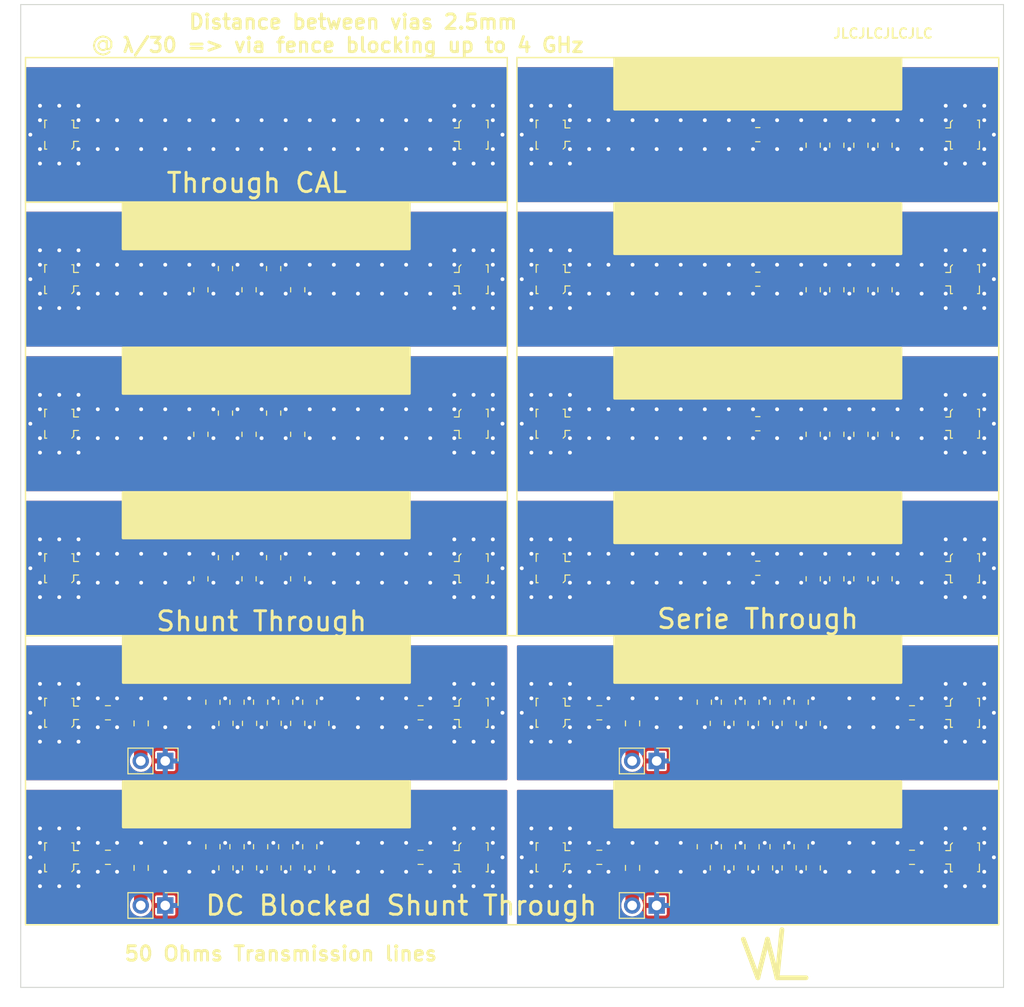
<source format=kicad_pcb>
(kicad_pcb (version 20211014) (generator pcbnew)
  (layers (0 "F.Cu" signal) (31 "B.Cu" signal) (34 "B.Paste" user) (35 "F.Paste" user) (36 "B.SilkS" user "B.Silkscreen") (37 "F.SilkS" user "F.Silkscreen") (38 "B.Mask" user) (39 "F.Mask" user) (44 "Edge.Cuts" user))
  (net 0 "")
  (net 1 "GND")
  (net 2 "Net-(J3-Pad1)")
  (net 3 "Net-(J4-Pad1)")
  (net 4 "Net-(C1-Pad1)")
  (net 5 "Net-(C1-Pad2)")
  (net 6 "Net-(C2-Pad2)")
  (net 7 "Net-(J5-Pad1)")
  (net 8 "Net-(J9-Pad2)")
  (footprint "Connector_Coaxial:U.FL_Molex_MCRF_73412-0110_Vertical" (layer "F.Cu") (at 113 62.5 90)
    (fp_text reference "J2" hide)
    (fp_text value "Conn_Coaxial")
  )
  (footprint "Capacitor_SMD:C_0805_2012Metric_Pad1.18x1.45mm_HandSolder" (layer "F.Cu") (at 121.5 138.6 -90)
    (fp_text reference "L1" hide)
    (fp_text value "L")
  )
  (footprint "Resistor_SMD:R_0805_2012Metric_Pad1.20x1.40mm_HandSolder" (layer "F.Cu") (at 190 121.4 -90)
    (fp_text reference "R16" hide)
    (fp_text value "R")
  )
  (footprint "Resistor_SMD:R_0805_2012Metric_Pad1.20x1.40mm_HandSolder" (layer "F.Cu") (at 128.95 136.4 -90)
    (fp_text reference "R17" hide)
    (fp_text value "R")
  )
  (footprint "Capacitor_SMD:C_0805_2012Metric" (layer "F.Cu") (at 118.05 122.5)
    (fp_text reference "C1" hide)
    (fp_text value "C")
  )
  (footprint "Resistor_SMD:R_0805_2012Metric_Pad1.20x1.40mm_HandSolder" (layer "F.Cu") (at 127.7 108.6 90)
    (fp_text reference "R8" hide)
    (fp_text value "R")
  )
  (footprint "Resistor_SMD:R_0805_2012Metric_Pad1.20x1.40mm_HandSolder" (layer "F.Cu") (at 186.3 123.6 90)
    (fp_text reference "R18" hide)
    (fp_text value "R")
  )
  (footprint "Connector_Coaxial:U.FL_Molex_MCRF_73412-0110_Vertical" (layer "F.Cu") (at 164 77.5 90)
    (fp_text reference "J3" hide)
    (fp_text value "Conn_Coaxial")
  )
  (footprint "Resistor_SMD:R_0805_2012Metric_Pad1.20x1.40mm_HandSolder" (layer "F.Cu") (at 182.45 121.4 -90)
    (fp_text reference "R16" hide)
    (fp_text value "R")
  )
  (footprint "Resistor_SMD:R_0805_2012Metric_Pad1.20x1.40mm_HandSolder" (layer "F.Cu") (at 185.5 107.5)
    (fp_text reference "R1" hide)
    (fp_text value "R")
  )
  (footprint "Resistor_SMD:R_0805_2012Metric_Pad1.20x1.40mm_HandSolder" (layer "F.Cu") (at 182.45 136.4 -90)
    (fp_text reference "R16" hide)
    (fp_text value "R")
  )
  (footprint "Resistor_SMD:R_0805_2012Metric_Pad1.20x1.40mm_HandSolder" (layer "F.Cu") (at 193.7 63.6 90)
    (fp_text reference "R4" hide)
    (fp_text value "R")
  )
  (footprint "Connector_Coaxial:U.FL_Molex_MCRF_73412-0110_Vertical" (layer "F.Cu") (at 113 107.5 90)
    (fp_text reference "J5" hide)
    (fp_text value "Conn_Coaxial")
  )
  (footprint "Resistor_SMD:R_0805_2012Metric_Pad1.20x1.40mm_HandSolder" (layer "F.Cu") (at 183.75 123.6 90)
    (fp_text reference "R19" hide)
    (fp_text value "R")
  )
  (footprint "Connector_Coaxial:U.FL_Molex_MCRF_73412-0110_Vertical" (layer "F.Cu") (at 207 92.5 -90)
    (fp_text reference "J4" hide)
    (fp_text value "Conn_Coaxial")
  )
  (footprint "Resistor_SMD:R_0805_2012Metric_Pad1.20x1.40mm_HandSolder" (layer "F.Cu") (at 186.3 138.6 90)
    (fp_text reference "R18" hide)
    (fp_text value "R")
  )
  (footprint "Connector_Coaxial:U.FL_Molex_MCRF_73412-0110_Vertical" (layer "F.Cu") (at 113 92.5 90)
    (fp_text reference "J5" hide)
    (fp_text value "Conn_Coaxial")
  )
  (footprint "Resistor_SMD:R_0805_2012Metric_Pad1.20x1.40mm_HandSolder" (layer "F.Cu") (at 137.75 138.6 90)
    (fp_text reference "R16" hide)
    (fp_text value "R")
  )
  (footprint "Connector_PinHeader_2.54mm:PinHeader_1x02_P2.54mm_Vertical" (layer "F.Cu") (at 175 142.5 -90)
    (fp_text reference "J9" hide)
    (fp_text value "DC_INPUT")
  )
  (footprint "Resistor_SMD:R_0805_2012Metric_Pad1.20x1.40mm_HandSolder" (layer "F.Cu") (at 191.25 63.6 90)
    (fp_text reference "Re" hide)
    (fp_text value "R")
  )
  (footprint "Capacitor_SMD:C_0805_2012Metric" (layer "F.Cu") (at 169.05 137.5)
    (fp_text reference "C1" hide)
    (fp_text value "C")
  )
  (footprint "Capacitor_SMD:C_0805_2012Metric" (layer "F.Cu") (at 201.5 137.5)
    (fp_text reference "C2" hide)
    (fp_text value "C")
  )
  (footprint "Resistor_SMD:R_0805_2012Metric_Pad1.20x1.40mm_HandSolder" (layer "F.Cu") (at 133.9 121.4 -90)
    (fp_text reference "R18" hide)
    (fp_text value "R")
  )
  (footprint "Resistor_SMD:R_0805_2012Metric_Pad1.20x1.40mm_HandSolder" (layer "F.Cu") (at 139 121.4 -90)
    (fp_text reference "R16" hide)
    (fp_text value "R")
  )
  (footprint "Resistor_SMD:R_0805_2012Metric_Pad1.20x1.40mm_HandSolder" (layer "F.Cu") (at 132.75 138.6 90)
    (fp_text reference "R19" hide)
    (fp_text value "R")
  )
  (footprint "Resistor_SMD:R_0805_2012Metric_Pad1.20x1.40mm_HandSolder" (layer "F.Cu") (at 136.5 136.4 -90)
    (fp_text reference "R17" hide)
    (fp_text value "R")
  )
  (footprint "Resistor_SMD:R_0805_2012Metric_Pad1.20x1.40mm_HandSolder" (layer "F.Cu") (at 179.95 121.4 -90)
    (fp_text reference "R17" hide)
    (fp_text value "R")
  )
  (footprint "MountingHole:MountingHole_3.2mm_M3" (layer "F.Cu") (at 208 52)
    (fp_text reference "H1" hide)
    (fp_text value "MountingHole")
  )
  (footprint "Connector_PinHeader_2.54mm:PinHeader_1x02_P2.54mm_Vertical" (layer "F.Cu") (at 175 127.5 -90)
    (fp_text reference "J9" hide)
    (fp_text value "DC_INPUT")
  )
  (footprint "Resistor_SMD:R_0805_2012Metric_Pad1.20x1.40mm_HandSolder" (layer "F.Cu") (at 196.2 93.6 90)
    (fp_text reference "R3" hide)
    (fp_text value "R")
  )
  (footprint "Resistor_SMD:R_0805_2012Metric_Pad1.20x1.40mm_HandSolder" (layer "F.Cu") (at 135.3 138.6 90)
    (fp_text reference "R18" hide)
    (fp_text value "R")
  )
  (footprint "Connector_Coaxial:U.FL_Molex_MCRF_73412-0110_Vertical" (layer "F.Cu") (at 113 122.5 90)
    (fp_text reference "J7" hide)
    (fp_text value "Conn_Coaxial")
  )
  (footprint "Connector_Coaxial:U.FL_Molex_MCRF_73412-0110_Vertical" (layer "F.Cu") (at 207 107.5 -90)
    (fp_text reference "J4" hide)
    (fp_text value "Conn_Coaxial")
  )
  (footprint "Resistor_SMD:R_0805_2012Metric_Pad1.20x1.40mm_HandSolder" (layer "F.Cu") (at 188.75 138.6 90)
    (fp_text reference "R16" hide)
    (fp_text value "R")
  )
  (footprint "Resistor_SMD:R_0805_2012Metric_Pad1.20x1.40mm_HandSolder" (layer "F.Cu") (at 198.7 63.6 90)
    (fp_text reference "R5" hide)
    (fp_text value "R")
  )
  (footprint "Resistor_SMD:R_0805_2012Metric_Pad1.20x1.40mm_HandSolder" (layer "F.Cu") (at 130.25 91.4 -90)
    (fp_text reference "R10" hide)
    (fp_text value "R")
  )
  (footprint "MountingHole:MountingHole_3.2mm_M3" (layer "F.Cu") (at 112 52)
    (fp_text reference "H2" hide)
    (fp_text value "MountingHole")
  )
  (footprint "Resistor_SMD:R_0805_2012Metric_Pad1.20x1.40mm_HandSolder" (layer "F.Cu") (at 191.25 138.6 90)
    (fp_text reference "R17" hide)
    (fp_text value "R")
  )
  (footprint "Resistor_SMD:R_0805_2012Metric_Pad1.20x1.40mm_HandSolder" (layer "F.Cu") (at 190 136.4 -90)
    (fp_text reference "R16" hide)
    (fp_text value "R")
  )
  (footprint "Resistor_SMD:R_0805_2012Metric_Pad1.20x1.40mm_HandSolder" (layer "F.Cu") (at 198.7 108.6 90)
    (fp_text reference "R5" hide)
    (fp_text value "R")
  )
  (footprint "Connector_Coaxial:U.FL_Molex_MCRF_73412-0110_Vertical" (layer "F.Cu") (at 156 92.5 -90)
    (fp_text reference "J6" hide)
    (fp_text value "Conn_Coaxial")
  )
  (footprint "Resistor_SMD:R_0805_2012Metric_Pad1.20x1.40mm_HandSolder" (layer "F.Cu") (at 193.7 108.6 90)
    (fp_text reference "R4" hide)
    (fp_text value "R")
  )
  (footprint "Resistor_SMD:R_0805_2012Metric_Pad1.20x1.40mm_HandSolder" (layer "F.Cu") (at 140.25 138.6 90)
    (fp_text reference "R17" hide)
    (fp_text value "R")
  )
  (footprint "Resistor_SMD:R_0805_2012Metric_Pad1.20x1.40mm_HandSolder" (layer "F.Cu") (at 130.3 138.6 90)
    (fp_text reference "R14" hide)
    (fp_text value "R")
  )
  (footprint "Connector_Coaxial:U.FL_Molex_MCRF_73412-0110_Vertical" (layer "F.Cu") (at 156 77.5 -90)
    (fp_text reference "J6" hide)
    (fp_text value "Conn_Coaxial")
  )
  (footprint "Connector_Coaxial:U.FL_Molex_MCRF_73412-0110_Vertical" (layer "F.Cu") (at 156 107.5 -90)
    (fp_text reference "J6" hide)
    (fp_text value "Conn_Coaxial")
  )
  (footprint "Resistor_SMD:R_0805_2012Metric_Pad1.20x1.40mm_HandSolder" (layer "F.Cu") (at 135.3 123.6 90)
    (fp_text reference "R18" hide)
    (fp_text value "R")
  )
  (footprint "Connector_Coaxial:U.FL_Molex_MCRF_73412-0110_Vertical" (layer "F.Cu") (at 156 122.5 -90)
    (fp_text reference "J8" hide)
    (fp_text value "Conn_Coaxial")
  )
  (footprint "Resistor_SMD:R_0805_2012Metric_Pad1.20x1.40mm_HandSolder" (layer "F.Cu") (at 132.7 108.6 90)
    (fp_text reference "R6" hide)
    (fp_text value "R")
  )
  (footprint "Connector_Coaxial:U.FL_Molex_MCRF_73412-0110_Vertical" (layer "F.Cu") (at 113 77.5 90)
    (fp_text reference "J5" hide)
    (fp_text value "Conn_Coaxial")
  )
  (footprint "Connector_PinHeader_2.54mm:PinHeader_1x02_P2.54mm_Vertical" (layer "F.Cu") (at 124 142.5 -90)
    (fp_text reference "J9" hide)
    (fp_text value "DC_INPUT")
  )
  (footprint "Resistor_SMD:R_0805_2012Metric_Pad1.20x1.40mm_HandSolder" (layer "F.Cu") (at 137.75 108.6 90)
    (fp_text reference "R9" hide)
    (fp_text value "R")
  )
  (footprint "Resistor_SMD:R_0805_2012Metric_Pad1.20x1.40mm_HandSolder" (layer "F.Cu") (at 185.5 77.5)
    (fp_text reference "R1" hide)
    (fp_text value "R")
  )
  (footprint "Resistor_SMD:R_0805_2012Metric_Pad1.20x1.40mm_HandSolder" (layer "F.Cu") (at 196.2 63.6 90)
    (fp_text reference "R3" hide)
    (fp_text value "R")
  )
  (footprint "Resistor_SMD:R_0805_2012Metric_Pad1.20x1.40mm_HandSolder" (layer "F.Cu") (at 191.25 108.6 90)
    (fp_text reference "Re" hide)
    (fp_text value "R")
  )
  (footprint "Resistor_SMD:R_0805_2012Metric_Pad1.20x1.40mm_HandSolder" (layer "F.Cu") (at 130.3 123.6 90)
    (fp_text reference "R14" hide)
    (fp_text value "R")
  )
  (footprint "Resistor_SMD:R_0805_2012Metric_Pad1.20x1.40mm_HandSolder" (layer "F.Cu") (at 131.45 121.4 -90)
    (fp_text reference "R16" hide)
    (fp_text value "R")
  )
  (footprint "Connector_Coaxial:U.FL_Molex_MCRF_73412-0110_Vertical" (layer "F.Cu") (at 207 137.5 -90)
    (fp_text reference "J8" hide)
    (fp_text value "Conn_Coaxial")
  )
  (footprint "Connector_Coaxial:U.FL_Molex_MCRF_73412-0110_Vertical" (layer "F.Cu") (at 164 62.5 90)
    (fp_text reference "J3" hide)
    (fp_text value "Conn_Coaxial")
  )
  (footprint "Resistor_SMD:R_0805_2012Metric_Pad1.20x1.40mm_HandSolder" (layer "F.Cu") (at 127.7 78.6 90)
    (fp_text reference "R8" hide)
    (fp_text value "R")
  )
  (footprint "Resistor_SMD:R_0805_2012Metric_Pad1.20x1.40mm_HandSolder" (layer "F.Cu") (at 196.2 108.6 90)
    (fp_text reference "R3" hide)
    (fp_text value "R")
  )
  (footprint "Connector_Coaxial:U.FL_Molex_MCRF_73412-0110_Vertical" (layer "F.Cu") (at 164 92.5 90)
    (fp_text reference "J3" hide)
    (fp_text value "Conn_Coaxial")
  )
  (footprint "Resistor_SMD:R_0805_2012Metric_Pad1.20x1.40mm_HandSolder" (layer "F.Cu") (at 185.5 62.5)
    (fp_text reference "R1" hide)
    (fp_text value "R")
  )
  (footprint "Resistor_SMD:R_0805_2012Metric_Pad1.20x1.40mm_HandSolder" (layer "F.Cu") (at 181.3 138.6 90)
    (fp_text reference "R14" hide)
    (fp_text value "R")
  )
  (footprint "Connector_Coaxial:U.FL_Molex_MCRF_73412-0110_Vertical" (layer "F.Cu") (at 207 62.5 -90)
    (fp_text reference "J4" hide)
    (fp_text value "Conn_Coaxial")
  )
  (footprint "Capacitor_SMD:C_0805_2012Metric_Pad1.18x1.45mm_HandSolder" (layer "F.Cu") (at 172.5 123.6 -90)
    (fp_text reference "L1" hide)
    (fp_text value "L")
  )
  (footprint "Resistor_SMD:R_0805_2012Metric_Pad1.20x1.40mm_HandSolder" (layer "F.Cu") (at 127.7 93.6 90)
    (fp_text reference "R8" hide)
    (fp_text value "R")
  )
  (footprint "Resistor_SMD:R_0805_2012Metric_Pad1.20x1.40mm_HandSolder" (layer "F.Cu") (at 137.75 78.6 90)
    (fp_text reference "R9" hide)
    (fp_text value "R")
  )
  (footprint "Resistor_SMD:R_0805_2012Metric_Pad1.20x1.40mm_HandSolder" (layer "F.Cu") (at 132.75 123.6 90)
    (fp_text reference "R19" hide)
    (fp_text value "R")
  )
  (footprint "Resistor_SMD:R_0805_2012Metric_Pad1.20x1.40mm_HandSolder" (layer "F.Cu") (at 139 136.4 -90)
    (fp_text reference "R16" hide)
    (fp_text value "R")
  )
  (footprint "Connector_Coaxial:U.FL_Molex_MCRF_73412-0110_Vertical" (layer "F.Cu") (at 164 122.5 90)
    (fp_text reference "J7" hide)
    (fp_text value "Conn_Coaxial")
  )
  (footprint "Resistor_SMD:R_0805_2012Metric_Pad1.20x1.40mm_HandSolder" (layer "F.Cu") (at 132.7 78.6 90)
    (fp_text reference "R6" hide)
    (fp_text value "R")
  )
  (footprint "Capacitor_SMD:C_0805_2012Metric" (layer "F.Cu") (at 118.05 137.5)
    (fp_text reference "C1" hide)
    (fp_text value "C")
  )
  (footprint "Resistor_SMD:R_0805_2012Metric_Pad1.20x1.40mm_HandSolder" (layer "F.Cu") (at 181.3 123.6 90)
    (fp_text reference "R14" hide)
    (fp_text value "R")
  )
  (footprint "Capacitor_SMD:C_0805_2012Metric" (layer "F.Cu") (at 169.05 122.5)
    (fp_text reference "C1" hide)
    (fp_text value "C")
  )
  (footprint "Connector_Coaxial:U.FL_Molex_MCRF_73412-0110_Vertical" (layer "F.Cu") (at 207 77.5 -90)
    (fp_text reference "J4" hide)
    (fp_text value "Conn_Coaxial")
  )
  (footprint "Resistor_SMD:R_0805_2012Metric_Pad1.20x1.40mm_HandSolder" (layer "F.Cu") (at 184.9 121.4 -90)
    (fp_text reference "R18" hide)
    (fp_text value "R")
  )
  (footprint "Connector_Coaxial:U.FL_Molex_MCRF_73412-0110_Vertical" (layer "F.Cu") (at 164 107.5 90)
    (fp_text reference "J3" hide)
    (fp_text value "Conn_Coaxial")
  )
  (footprint "Connector_PinHeader_2.54mm:PinHeader_1x02_P2.54mm_Vertical" (layer "F.Cu") (at 124 127.5 -90)
    (fp_text reference "J9" hide)
    (fp_text value "DC_INPUT")
  )
  (footprint "Resistor_SMD:R_0805_2012Metric_Pad1.20x1.40mm_HandSolder" (layer "F.Cu") (at 128.95 121.4 -90)
    (fp_text reference "R17" hide)
    (fp_text value "R")
  )
  (footprint "Resistor_SMD:R_0805_2012Metric_Pad1.20x1.40mm_HandSolder" (layer "F.Cu") (at 191.25 78.6 90)
    (fp_text reference "Re" hide)
    (fp_text value "R")
  )
  (footprint "Resistor_SMD:R_0805_2012Metric_Pad1.20x1.40mm_HandSolder" (layer "F.Cu") (at 188.75 123.6 90)
    (fp_text reference "R16" hide)
    (fp_text value "R")
  )
  (footprint "Resistor_SMD:R_0805_2012Metric_Pad1.20x1.40mm_HandSolder" (layer "F.Cu") (at 133.9 136.4 -90)
    (fp_text reference "R18" hide)
    (fp_text value "R")
  )
  (footprint "Capacitor_SMD:C_0805_2012Metric" (layer "F.Cu") (at 150.5 137.5)
    (fp_text reference "C2" hide)
    (fp_text value "C")
  )
  (footprint "Resistor_SMD:R_0805_2012Metric_Pad1.20x1.40mm_HandSolder" (layer "F.Cu") (at 193.7 78.6 90)
    (fp_text reference "R4" hide)
    (fp_text value "R")
  )
  (footprint "Resistor_SMD:R_0805_2012Metric_Pad1.20x1.40mm_HandSolder" (layer "F.Cu") (at 198.7 93.6 90)
    (fp_text reference "R5" hide)
    (fp_text value "R")
  )
  (footprint "Capacitor_SMD:C_0805_2012Metric" (layer "F.Cu") (at 150.5 122.5)
    (fp_text reference "C2" hide)
    (fp_text value "C")
  )
  (footprint "Connector_Coaxial:U.FL_Molex_MCRF_73412-0110_Vertical" (layer "F.Cu") (at 113 137.5 90)
    (fp_text reference "J7" hide)
    (fp_text value "Conn_Coaxial")
  )
  (footprint "MountingHole:MountingHole_3.2mm_M3" (layer "F.Cu") (at 112 148)
    (fp_text reference "H4" hide)
    (fp_text value "MountingHole")
  )
  (footprint "Resistor_SMD:R_0805_2012Metric_Pad1.20x1.40mm_HandSolder" (layer "F.Cu") (at 183.75 138.6 90)
    (fp_text reference "R19" hide)
    (fp_text value "R")
  )
  (footprint "Resistor_SMD:R_0805_2012Metric_Pad1.20x1.40mm_HandSolder" (layer "F.Cu") (at 184.9 136.4 -90)
    (fp_text reference "R18" hide)
    (fp_text value "R")
  )
  (footprint "Resistor_SMD:R_0805_2012Metric_Pad1.20x1.40mm_HandSolder" (layer "F.Cu") (at 136.5 121.4 -90)
    (fp_text reference "R17" hide)
    (fp_text value "R")
  )
  (footprint "MountingHole:MountingHole_3.2mm_M3" (layer "F.Cu") (at 208 148)
    (fp_text reference "H3" hide)
    (fp_text value "MountingHole")
  )
  (footprint "Resistor_SMD:R_0805_2012Metric_Pad1.20x1.40mm_HandSolder" (layer "F.Cu") (at 135.25 106.4 -90)
    (fp_text reference "R7" hide)
    (fp_text value "R")
  )
  (footprint "Resistor_SMD:R_0805_2012Metric_Pad1.20x1.40mm_HandSolder" (layer "F.Cu") (at 131.45 136.4 -90)
    (fp_text reference "R16" hide)
    (fp_text value "R")
  )
  (footprint "Resistor_SMD:R_0805_2012Metric_Pad1.20x1.40mm_HandSolder" (layer "F.Cu") (at 198.7 78.6 90)
    (fp_text reference "R5" hide)
    (fp_text value "R")
  )
  (footprint "Connector_Coaxial:U.FL_Molex_MCRF_73412-0110_Vertical" (layer "F.Cu") (at 207 122.5 -90)
    (fp_text reference "J8" hide)
    (fp_text value "Conn_Coaxial")
  )
  (footprint "Resistor_SMD:R_0805_2012Metric_Pad1.20x1.40mm_HandSolder" (layer "F.Cu") (at 187.5 136.4 -90)
    (fp_text reference "R17" hide)
    (fp_text value "R")
  )
  (footprint "Resistor_SMD:R_0805_2012Metric_Pad1.20x1.40mm_HandSolder" (layer "F.Cu") (at 130.25 76.4 -90)
    (fp_text reference "R10" hide)
    (fp_text value "R")
  )
  (footprint "Resistor_SMD:R_0805_2012Metric_Pad1.20x1.40mm_HandSolder" (layer "F.Cu") (at 135.25 76.4 -90)
    (fp_text reference "R7" hide)
    (fp_text value "R")
  )
  (footprint "Capacitor_SMD:C_0805_2012Metric" (layer "F.Cu") (at 201.5 122.5)
    (fp_text reference "C2" hide)
    (fp_text value "C")
  )
  (footprint "Capacitor_SMD:C_0805_2012Metric_Pad1.18x1.45mm_HandSolder" (layer "F.Cu") (at 172.5 138.6 -90)
    (fp_text reference "L1" hide)
    (fp_text value "L")
  )
  (footprint "Resistor_SMD:R_0805_2012Metric_Pad1.20x1.40mm_HandSolder" (layer "F.Cu") (at 193.7 93.6 90)
    (fp_text reference "R4" hide)
    (fp_text value "R")
  )
  (footprint "Resistor_SMD:R_0805_2012Metric_Pad1.20x1.40mm_HandSolder" (layer "F.Cu") (at 185.5 92.5)
    (fp_text reference "R1" hide)
    (fp_text value "R")
  )
  (footprint "Connector_Coaxial:U.FL_Molex_MCRF_73412-0110_Vertical" (layer "F.Cu") (at 156 137.5 -90)
    (fp_text reference "J8" hide)
    (fp_text value "Conn_Coaxial")
  )
  (footprint "Resistor_SMD:R_0805_2012Metric_Pad1.20x1.40mm_HandSolder" (layer "F.Cu") (at 137.75 93.6 90)
    (fp_text reference "R9" hide)
    (fp_text value "R")
  )
  (footprint "Resistor_SMD:R_0805_2012Metric_Pad1.20x1.40mm_HandSolder" (layer "F.Cu") (at 140.25 123.6 90)
    (fp_text reference "R17" hide)
    (fp_text value "R")
  )
  (footprint "Connector_Coaxial:U.FL_Molex_MCRF_73412-0110_Vertical" (layer "F.Cu") (at 156 62.5 -90)
    (fp_text reference "J1" hide)
    (fp_text value "Conn_Coaxial")
  )
  (footprint "Resistor_SMD:R_0805_2012Metric_Pad1.20x1.40mm_HandSolder" (layer "F.Cu") (at 135.25 91.4 -90)
    (fp_text reference "R7" hide)
    (fp_text value "R")
  )
  (footprint "Resistor_SMD:R_0805_2012Metric_Pad1.20x1.40mm_HandSolder" (layer "F.Cu") (at 137.75 123.6 90)
    (fp_text reference "R16" hide)
    (fp_text value "R")
  )
  (footprint "Resistor_SMD:R_0805_2012Metric_Pad1.20x1.40mm_HandSolder" (layer "F.Cu") (at 179.95 136.4 -90)
    (fp_text reference "R17" hide)
    (fp_text value "R")
  )
  (footprint "Resistor_SMD:R_0805_2012Metric_Pad1.20x1.40mm_HandSolder" (layer "F.Cu") (at 130.25 106.4 -90)
    (fp_text reference "R10" hide)
    (fp_text value "R")
  )
  (footprint "Resistor_SMD:R_0805_2012Metric_Pad1.20x1.40mm_HandSolder" (layer "F.Cu") (at 187.5 121.4 -90)
    (fp_text reference "R17" hide)
    (fp_text value "R")
  )
  (footprint "Resistor_SMD:R_0805_2012Metric_Pad1.20x1.40mm_HandSolder" (layer "F.Cu") (at 191.25 123.6 90)
    (fp_text reference "R17" hide)
    (fp_text value "R")
  )
  (footprint "Connector_Coaxial:U.FL_Molex_MCRF_73412-0110_Vertical" (layer "F.Cu") (at 164 137.5 90)
    (fp_text reference "J7" hide)
    (fp_text value "Conn_Coaxial")
  )
  (footprint "Capacitor_SMD:C_0805_2012Metric_Pad1.18x1.45mm_HandSolder" (layer "F.Cu") (at 121.5 123.6 -90)
    (fp_text reference "L1" hide)
    (fp_text value "L")
  )
  (footprint "Resistor_SMD:R_0805_2012Metric_Pad1.20x1.40mm_HandSolder" (layer "F.Cu") (at 196.2 78.6 90)
    (fp_text reference "R3" hide)
    (fp_text value "R")
  )
  (footprint "Resistor_SMD:R_0805_2012Metric_Pad1.20x1.40mm_HandSolder" (layer "F.Cu") (at 191.25 93.6 90)
    (fp_text reference "Re" hide)
    (fp_text value "R")
  )
  (footprint "Resistor_SMD:R_0805_2012Metric_Pad1.20x1.40mm_HandSolder" (layer "F.Cu") (at 132.7 93.6 90)
    (fp_text reference "R6" hide)
    (fp_text value "R")
  )
  (gr_line (start 185.5 150) (end 186.5 146) (layer "F.SilkS") (width 0.5))
  (gr_line (start 159.5 54.5) (end 159.5 69.5) (layer "F.SilkS") (width 0.15))
  (gr_line (start 109.5 54.5) (end 159.5 54.5) (layer "F.SilkS") (width 0.15))
  (gr_line (start 109.5 69.5) (end 109.5 54.5) (layer "F.SilkS") (width 0.15))
  (gr_line (start 184 146) (end 185.5 150) (layer "F.SilkS") (width 0.5))
  (gr_line (start 187.5 150) (end 188 145) (layer "F.SilkS") (width 0.5))
  (gr_line (start 159.5 69.5) (end 109.5 69.5) (layer "F.SilkS") (width 0.15))
  (gr_rect (start 109.5 114.5) (end 159.5 69.5) (layer "F.SilkS") (width 0.15) (fill none))
  (gr_line (start 186.5 146) (end 187.5 150) (layer "F.SilkS") (width 0.5))
  (gr_line (start 187.5 150) (end 190.5 150) (layer "F.SilkS") (width 0.5))
  (gr_rect (start 160.5 54.5) (end 210.5 114.5) (layer "F.SilkS") (width 0.15) (fill none))
  (gr_rect (start 210.5 144.5) (end 109.5 114.5) (layer "F.SilkS") (width 0.15) (fill none))
  (gr_line (start 109 49) (end 109 151) (layer "Edge.Cuts") (width 0.1))
  (gr_line (start 211 49) (end 109 49) (layer "Edge.Cuts") (width 0.1))
  (gr_line (start 211 151) (end 211 49) (layer "Edge.Cuts") (width 0.1))
  (gr_line (start 109 151) (end 211 151) (layer "Edge.Cuts") (width 0.1))
  (gr_text "JLCJLCJLCJLC" (at 198.5 52) (layer "F.SilkS") (effects (font (size 1 1) (thickness 0.2))))
  (gr_text "Shunt Through" (at 134 113) (layer "F.SilkS") (effects (font (size 2 2) (thickness 0.3))))
  (gr_text "50 Ohms Transmission lines" (at 136 147.5) (layer "F.SilkS") (effects (font (size 1.5 1.5) (thickness 0.3))))
  (gr_text "Serie Through" (at 185.5 112.75) (layer "F.SilkS") (effects (font (size 2 2) (thickness 0.3))))
  (gr_text "Distance between vias 2.5mm\nλ/30 => via fence blocking up to 4 GHz" (at 143.5 52) (layer "F.SilkS") (effects (font (size 1.5 1.5) (thickness 0.3))))
  (gr_text "DC Blocked Shunt Through" (at 148.5 142.5) (layer "F.SilkS") (effects (font (size 2 2) (thickness 0.3))))
  (gr_text "Through CAL" (at 133.5 67.5) (layer "F.SilkS") (effects (font (size 2 2) (thickness 0.3))))
  (gr_text "@" (at 117.5 53) (layer "F.SilkS") (effects (font (size 2 2) (thickness 0.2))))
  (segment (start 154.5 62.5) (end 114.5 62.5) (width 1.4) (layer "F.Cu") (net 0))
  (via (at 146.5 61) (size 0.8) (drill 0.4) (layers "F.Cu" "B.Cu") (net 1))
  (via (at 202.5 64) (size 0.8) (drill 0.4) (layers "F.Cu" "B.Cu") (net 1))
  (via (at 191.22 136) (size 0.8) (drill 0.4) (layers "F.Cu" "B.Cu") (net 1))
  (via (at 126.5 61) (size 0.8) (drill 0.4) (layers "F.Cu" "B.Cu") (net 1))
  (via (at 134 64) (size 0.8) (drill 0.4) (layers "F.Cu" "B.Cu") (net 1))
  (via (at 209 80.5) (size 0.8) (drill 0.4) (layers "F.Cu" "B.Cu") (net 1))
  (via (at 154 95.5) (size 0.8) (drill 0.4) (layers "F.Cu" "B.Cu") (net 1))
  (via (at 166 109) (size 0.8) (drill 0.4) (layers "F.Cu" "B.Cu") (net 1))
  (via (at 202.5 76) (size 0.8) (drill 0.4) (layers "F.Cu" "B.Cu") (net 1))
  (via (at 129 109) (size 0.8) (drill 0.4) (layers "F.Cu" "B.Cu") (net 1))
  (via (at 158 64) (size 0.8) (drill 0.4) (layers "F.Cu" "B.Cu") (net 1))
  (via (at 162 80.5) (size 0.8) (drill 0.4) (layers "F.Cu" "B.Cu") (net 1))
  (via (at 117 94) (size 0.8) (drill 0.4) (layers "F.Cu" "B.Cu") (net 1))
  (via (at 180 139) (size 0.8) (drill 0.4) (layers "F.Cu" "B.Cu") (net 1))
  (via (at 205 76) (size 0.8) (drill 0.4) (layers "F.Cu" "B.Cu") (net 1))
  (via (at 115 124) (size 0.8) (drill 0.4) (layers "F.Cu" "B.Cu") (net 1))
  (via (at 209 140.5) (size 0.8) (drill 0.4) (layers "F.Cu" "B.Cu") (net 1))
  (via (at 192.5 91) (size 0.8) (drill 0.4) (layers "F.Cu" "B.Cu") (net 1))
  (via (at 177.5 64) (size 0.8) (drill 0.4) (layers "F.Cu" "B.Cu") (net 1))
  (via (at 166 64) (size 0.8) (drill 0.4) (layers "F.Cu" "B.Cu") (net 1))
  (via (at 154 64) (size 0.8) (drill 0.4) (layers "F.Cu" "B.Cu") (net 1))
  (via (at 182.5 91) (size 0.8) (drill 0.4) (layers "F.Cu" "B.Cu") (net 1))
  (via (at 195 64) (size 0.8) (drill 0.4) (layers "F.Cu" "B.Cu") (net 1))
  (via (at 129 139) (size 0.8) (drill 0.4) (layers "F.Cu" "B.Cu") (net 1))
  (via (at 121.5 94) (size 0.8) (drill 0.4) (layers "F.Cu" "B.Cu") (net 1))
  (via (at 158 65.5) (size 0.8) (drill 0.4) (layers "F.Cu" "B.Cu") (net 1))
  (via (at 144 76) (size 0.8) (drill 0.4) (layers "F.Cu" "B.Cu") (net 1))
  (via (at 151.5 124) (size 0.8) (drill 0.4) (layers "F.Cu" "B.Cu") (net 1))
  (via (at 200 91) (size 0.8) (drill 0.4) (layers "F.Cu" "B.Cu") (net 1))
  (via (at 209 94) (size 0.8) (drill 0.4) (layers "F.Cu" "B.Cu") (net 1))
  (via (at 200 79) (size 0.8) (drill 0.4) (layers "F.Cu" "B.Cu") (net 1))
  (via (at 119 64) (size 0.8) (drill 0.4) (layers "F.Cu" "B.Cu") (net 1))
  (via (at 182.5 106) (size 0.8) (drill 0.4) (layers "F.Cu" "B.Cu") (net 1))
  (via (at 181.22 136) (size 0.8) (drill 0.4) (layers "F.Cu" "B.Cu") (net 1))
  (via (at 205 64) (size 0.8) (drill 0.4) (layers "F.Cu" "B.Cu") (net 1))
  (via (at 141.5 124) (size 0.8) (drill 0.4) (layers "F.Cu" "B.Cu") (net 1))
  (via (at 162 125.5) (size 0.8) (drill 0.4) (layers "F.Cu" "B.Cu") (net 1))
  (via (at 121.5 76) (size 0.8) (drill 0.4) (layers "F.Cu" "B.Cu") (net 1))
  (via (at 161 92.5) (size 0.8) (drill 0.4) (layers "F.Cu" "B.Cu") (net 1))
  (via (at 156 140.5) (size 0.8) (drill 0.4) (layers "F.Cu" "B.Cu") (net 1))
  (via (at 135.22 136) (size 0.8) (drill 0.4) (layers "F.Cu" "B.Cu") (net 1))
  (via (at 205 65.5) (size 0.8) (drill 0.4) (layers "F.Cu" "B.Cu") (net 1))
  (via (at 166 59.5) (size 0.8) (drill 0.4) (layers "F.Cu" "B.Cu") (net 1))
  (via (at 111 110.5) (size 0.8) (drill 0.4) (layers "F.Cu" "B.Cu") (net 1))
  (via (at 126.5 91) (size 0.8) (drill 0.4) (layers "F.Cu" "B.Cu") (net 1))
  (via (at 113 89.5) (size 0.8) (drill 0.4) (layers "F.Cu" "B.Cu") (net 1))
  (via (at 175 94) (size 0.8) (drill 0.4) (layers "F.Cu" "B.Cu") (net 1))
  (via (at 111 61) (size 0.8) (drill 0.4) (layers "F.Cu" "B.Cu") (net 1))
  (via (at 182.5 109) (size 0.8) (drill 0.4) (layers "F.Cu" "B.Cu") (net 1))
  (via (at 209 109) (size 0.8) (drill 0.4) (layers "F.Cu" "B.Cu") (net 1))
  (via (at 115 59.5) (size 0.8) (drill 0.4) (layers "F.Cu" "B.Cu") (net 1))
  (via (at 209 64) (size 0.8) (drill 0.4) (layers "F.Cu" "B.Cu") (net 1))
  (via (at 156 134.5) (size 0.8) (drill 0.4) (layers "F.Cu" "B.Cu") (net 1))
  (via (at 164 110.5) (size 0.8) (drill 0.4) (layers "F.Cu" "B.Cu") (net 1))
  (via (at 207 89.5) (size 0.8) (drill 0.4) (layers "F.Cu" "B.Cu") (net 1))
  (via (at 158 104.5) (size 0.8) (drill 0.4) (layers "F.Cu" "B.Cu") (net 1))
  (via (at 149 76) (size 0.8) (drill 0.4) (layers "F.Cu" "B.Cu") (net 1))
  (via (at 170 94) (size 0.8) (drill 0.4) (layers "F.Cu" "B.Cu") (net 1))
  (via (at 158 106) (size 0.8) (drill 0.4) (layers "F.Cu" "B.Cu") (net 1))
  (via (at 168 79) (size 0.8) (drill 0.4) (layers "F.Cu" "B.Cu") (net 1))
  (via (at 168 121) (size 0.8) (drill 0.4) (layers "F.Cu" "B.Cu") (net 1))
  (via (at 149 139) (size 0.8) (drill 0.4) (layers "F.Cu" "B.Cu") (net 1))
  (via (at 154 139) (size 0.8) (drill 0.4) (layers "F.Cu" "B.Cu") (net 1))
  (via (at 190 139) (size 0.8) (drill 0.4) (layers "F.Cu" "B.Cu") (net 1))
  (via (at 180 109) (size 0.8) (drill 0.4) (layers "F.Cu" "B.Cu") (net 1))
  (via (at 126.5 139) (size 0.8) (drill 0.4) (layers "F.Cu" "B.Cu") (net 1))
  (via (at 154 61) (size 0.8) (drill 0.4) (layers "F.Cu" "B.Cu") (net 1))
  (via (at 187.5 109) (size 0.8) (drill 0.4) (layers "F.Cu" "B.Cu") (net 1))
  (via (at 156 74.5) (size 0.8) (drill 0.4) (layers "F.Cu" "B.Cu") (net 1))
  (via (at 124 61) (size 0.8) (drill 0.4) (layers "F.Cu" "B.Cu") (net 1))
  (via (at 156 95.5) (size 0.8) (drill 0.4) (layers "F.Cu" "B.Cu") (net 1))
  (via (at 168 139) (size 0.8) (drill 0.4) (layers "F.Cu" "B.Cu") (net 1))
  (via (at 144 109) (size 0.8) (drill 0.4) (layers "F.Cu" "B.Cu") (net 1))
  (via (at 115 106) (size 0.8) (drill 0.4) (layers "F.Cu" "B.Cu") (net 1))
  (via (at 117 91) (size 0.8) (drill 0.4) (layers "F.Cu" "B.Cu") (net 1))
  (via (at 146.5 139) (size 0.8) (drill 0.4) (layers "F.Cu" "B.Cu") (net 1))
  (via (at 175 91) (size 0.8) (drill 0.4) (layers "F.Cu" "B.Cu") (net 1))
  (via (at 121.5 61) (size 0.8) (drill 0.4) (layers "F.Cu" "B.Cu") (net 1))
  (via (at 154 94) (size 0.8) (drill 0.4) (layers "F.Cu" "B.Cu") (net 1))
  (via (at 192.5 79) (size 0.8) (drill 0.4) (layers "F.Cu" "B.Cu") (net 1))
  (via (at 132.72 121) (size 0.8) (drill 0.4) (layers "F.Cu" "B.Cu") (net 1))
  (via (at 164 80.5) (size 0.8) (drill 0.4) (layers "F.Cu" "B.Cu") (net 1))
  (via (at 186.22 136) (size 0.8) (drill 0.4) (layers "F.Cu" "B.Cu") (net 1))
  (via (at 162 134.5) (size 0.8) (drill 0.4) (layers "F.Cu" "B.Cu") (net 1))
  (via (at 166 106) (size 0.8) (drill 0.4) (layers "F.Cu" "B.Cu") (net 1))
  (via (at 131.5 91) (size 0.8) (drill 0.4) (layers "F.Cu" "B.Cu") (net 1))
  (via (at 111 89.5) (size 0.8) (drill 0.4) (layers "F.Cu" "B.Cu") (net 1))
  (via (at 154 106) (size 0.8) (drill 0.4) (layers "F.Cu" "B.Cu") (net 1))
  (via (at 177.5 121) (size 0.8) (drill 0.4) (layers "F.Cu" "B.Cu") (net 1))
  (via (at 115 110.5) (size 0.8) (drill 0.4) (layers "F.Cu" "B.Cu") (net 1))
  (via (at 202.5 121) (size 0.8) (drill 0.4) (layers "F.Cu" "B.Cu") (net 1))
  (via (at 115 139) (size 0.8) (drill 0.4) (layers "F.Cu" "B.Cu") (net 1))
  (via (at 119 139) (size 0.8) (drill 0.4) (layers "F.Cu" "B.Cu") (net 1))
  (via (at 190 91) (size 0.8) (drill 0.4) (layers "F.Cu" "B.Cu") (net 1))
  (via (at 151.5 76) (size 0.8) (drill 0.4) (layers "F.Cu" "B.Cu") (net 1))
  (via (at 202.5 61) (size 0.8) (drill 0.4) (layers "F.Cu" "B.Cu") (net 1))
  (via (at 121.5 121) (size 0.8) (drill 0.4) (layers "F.Cu" "B.Cu") (net 1))
  (via (at 113 59.5) (size 0.8) (drill 0.4) (layers "F.Cu" "B.Cu") (net 1))
  (via (at 170 79) (size 0.8) (drill 0.4) (layers "F.Cu" "B.Cu") (net 1))
  (via (at 172.5 109) (size 0.8) (drill 0.4) (layers "F.Cu" "B.Cu") (net 1))
  (via (at 202.5 136) (size 0.8) (drill 0.4) (layers "F.Cu" "B.Cu") (net 1))
  (via (at 141.5 106) (size 0.8) (drill 0.4) (layers "F.Cu" "B.Cu") (net 1))
  (via (at 185 76) (size 0.8) (drill 0.4) (layers "F.Cu" "B.Cu") (net 1))
  (via (at 144 79) (size 0.8) (drill 0.4) (layers "F.Cu" "B.Cu") (net 1))
  (via (at 195 106) (size 0.8) (drill 0.4) (layers "F.Cu" "B.Cu") (net 1))
  (via (at 131.5 106) (size 0.8) (drill 0.4) (layers "F.Cu" "B.Cu") (net 1))
  (via (at 144 136) (size 0.8) (drill 0.4) (layers "F.Cu" "B.Cu") (net 1))
  (via (at 113 95.5) (size 0.8) (drill 0.4) (layers "F.Cu" "B.Cu") (net 1))
  (via (at 207 74.5) (size 0.8) (drill 0.4) (layers "F.Cu" "B.Cu") (net 1))
  (via (at 164 140.5) (size 0.8) (drill 0.4) (layers "F.Cu" "B.Cu") (net 1))
  (via (at 115 94) (size 0.8) (drill 0.4) (layers "F.Cu" "B.Cu") (net 1))
  (via (at 156 119.5) (size 0.8) (drill 0.4) (layers "F.Cu" "B.Cu") (net 1))
  (via (at 158 94) (size 0.8) (drill 0.4) (layers "F.Cu" "B.Cu") (net 1))
  (via (at 170 136) (size 0.8) (drill 0.4) (layers "F.Cu" "B.Cu") (net 1))
  (via (at 164 95.5) (size 0.8) (drill 0.4) (layers "F.Cu" "B.Cu") (net 1))
  (via (at 210 137.5) (size 0.8) (drill 0.4) (layers "F.Cu" "B.Cu") (net 1))
  (via (at 136.5 124) (size 0.8) (drill 0.4) (layers "F.Cu" "B.Cu") (net 1))
  (via (at 192.5 64) (size 0.8) (drill 0.4) (layers "F.Cu" "B.Cu") (net 1))
  (via (at 177.5 61) (size 0.8) (drill 0.4) (layers "F.Cu" "B.Cu") (net 1))
  (via (at 162 104.5) (size 0.8) (drill 0.4) (layers "F.Cu" "B.Cu") (net 1))
  (via (at 115 89.5) (size 0.8) (drill 0.4) (layers "F.Cu" "B.Cu") (net 1))
  (via (at 154 119.5) (size 0.8) (drill 0.4) (layers "F.Cu" "B.Cu") (net 1))
  (via (at 149 91) (size 0.8) (drill 0.4) (layers "F.Cu" "B.Cu") (net 1))
  (via (at 200 121) (size 0.8) (drill 0.4) (layers "F.Cu" "B.Cu") (net 1))
  (via (at 113 65.5) (size 0.8) (drill 0.4) (layers "F.Cu" "B.Cu") (net 1))
  (via (at 187.5 64) (size 0.8) (drill 0.4) (layers "F.Cu" "B.Cu") (net 1))
  (via (at 164 119.5) (size 0.8) (drill 0.4) (layers "F.Cu" "B.Cu") (net 1))
  (via (at 158 74.5) (size 0.8) (drill 0.4) (layers "F.Cu" "B.Cu") (net 1))
  (via (at 126.5 136) (size 0.8) (drill 0.4) (layers "F.Cu" "B.Cu") (net 1))
  (via (at 207 140.5) (size 0.8) (drill 0.4) (layers "F.Cu" "B.Cu") (net 1))
  (via (at 162 139) (size 0.8) (drill 0.4) (layers "F.Cu" "B.Cu") (net 1))
  (via (at 207 119.5) (size 0.8) (drill 0.4) (layers "F.Cu" "B.Cu") (net 1))
  (via (at 197.5 61) (size 0.8) (drill 0.4) (layers "F.Cu" "B.Cu") (net 1))
  (via (at 180 124) (size 0.8) (drill 0.4) (layers "F.Cu" "B.Cu") (net 1))
  (via (at 115 61) (size 0.8) (drill 0.4) (layers "F.Cu" "B.Cu") (net 1))
  (via (at 182.5 76) (size 0.8) (drill 0.4) (layers "F.Cu" "B.Cu") (net 1))
  (via (at 205 124) (size 0.8) (drill 0.4) (layers "F.Cu" "B.Cu") (net 1))
  (via (at 134 76) (size 0.8) (drill 0.4) (layers "F.Cu" "B.Cu") (net 1))
  (via (at 121.5 64) (size 0.8) (drill 0.4) (layers "F.Cu" "B.Cu") (net 1))
  (via (at 180 94) (size 0.8) (drill 0.4) (layers "F.Cu" "B.Cu") (net 1))
  (via (at 170 91) (size 0.8) (drill 0.4) (layers "F.Cu" "B.Cu") (net 1))
  (via (at 175 61) (size 0.8) (drill 0.4) (layers "F.Cu" "B.Cu") (net 1))
  (via (at 177.5 76) (size 0.8) (drill 0.4) (layers "F.Cu" "B.Cu") (net 1))
  (via (at 197.5 109) (size 0.8) (drill 0.4) (layers "F.Cu" "B.Cu") (net 1))
  (via (at 154 109) (size 0.8) (drill 0.4) (layers "F.Cu" "B.Cu") (net 1))
  (via (at 195 109) (size 0.8) (drill 0.4) (layers "F.Cu" "B.Cu") (net 1))
  (via (at 190 94) (size 0.8) (drill 0.4) (layers "F.Cu" "B.Cu") (net 1))
  (via (at 210 107.5) (size 0.8) (drill 0.4) (layers "F.Cu" "B.Cu") (net 1))
  (via (at 185 94) (size 0.8) (drill 0.4) (layers "F.Cu" "B.Cu") (net 1))
  (via (at 162 61) (size 0.8) (drill 0.4) (layers "F.Cu" "B.Cu") (net 1))
  (via (at 166 104.5) (size 0.8) (drill 0.4) (layers "F.Cu" "B.Cu") (net 1))
  (via (at 202.5 124) (size 0.8) (drill 0.4) (layers "F.Cu" "B.Cu") (net 1))
  (via (at 149 124) (size 0.8) (drill 0.4) (layers "F.Cu" "B.Cu") (net 1))
  (via (at 162 89.5) (size 0.8) (drill 0.4) (layers "F.Cu" "B.Cu") (net 1))
  (via (at 177.5 94) (size 0.8) (drill 0.4) (layers "F.Cu" "B.Cu") (net 1))
  (via (at 170 106) (size 0.8) (drill 0.4) (layers "F.Cu" "B.Cu") (net 1))
  (via (at 144 121) (size 0.8) (drill 0.4) (layers "F.Cu" "B.Cu") (net 1))
  (via (at 209 139) (size 0.8) (drill 0.4) (layers "F.Cu" "B.Cu") (net 1))
  (via (at 158 121) (size 0.8) (drill 0.4) (layers "F.Cu" "B.Cu") (net 1))
  (via (at 139 76) (size 0.8) (drill 0.4) (layers "F.Cu" "B.Cu") (net 1))
  (via (at 182.5 79) (size 0.8) (drill 0.4) (layers "F.Cu" "B.Cu") (net 1))
  (via (at 205 139) (size 0.8) (drill 0.4) (layers "F.Cu" "B.Cu") (net 1))
  (via (at 158 140.5) (size 0.8) (drill 0.4) (layers "F.Cu" "B.Cu") (net 1))
  (via (at 209 65.5) (size 0.8) (drill 0.4) (layers "F.Cu" "B.Cu") (net 1))
  (via (at 115 76) (size 0.8) (drill 0.4) (layers "F.Cu" "B.Cu") (net 1))
  (via (at 111 119.5) (size 0.8) (drill 0.4) (layers "F.Cu" "B.Cu") (net 1))
  (via (at 159 107.5) (size 0.8) (drill 0.4) (layers "F.Cu" "B.Cu") (net 1))
  (via (at 200 64) (size 0.8) (drill 0.4) (layers "F.Cu" "B.Cu") (net 1))
  (via (at 137.72 121) (size 0.8) (drill 0.4) (layers "F.Cu" "B.Cu") (net 1))
  (via (at 209 59.5) (size 0.8) (drill 0.4) (layers "F.Cu" "B.Cu") (net 1))
  (via (at 131.5 139) (size 0.8) (drill 0.4) (layers "F.Cu" "B.Cu") (net 1))
  (via (at 158 59.5) (size 0.8) (drill 0.4) (layers "F.Cu" "B.Cu") (net 1))
  (via (at 195 91) (size 0.8) (drill 0.4) (layers "F.Cu" "B.Cu") (net 1))
  (via (at 141.5 91) (size 0.8) (drill 0.4) (layers "F.Cu" "B.Cu") (net 1))
  (via (at 187.5 91) (size 0.8) (drill 0.4) (layers "F.Cu" "B.Cu") (net 1))
  (via (at 205 91) (size 0.8) (drill 0.4) (layers "F.Cu" "B.Cu") (net 1))
  (via (at 209 74.5) (size 0.8) (drill 0.4) (layers "F.Cu" "B.Cu") (net 1))
  (via (at 115 91) (size 0.8) (drill 0.4) (layers "F.Cu" "B.Cu") (net 1))
  (via (at 146.5 64) (size 0.8) (drill 0.4) (layers "F.Cu" "B.Cu") (net 1))
  (via (at 187.5 76) (size 0.8) (drill 0.4) (layers "F.Cu" "B.Cu") (net 1))
  (via (at 154 80.5) (size 0.8) (drill 0.4) (layers "F.Cu" "B.Cu") (net 1))
  (via (at 146.5 94) (size 0.8) (drill 0.4) (layers "F.Cu" "B.Cu") (net 1))
  (via (at 200 124) (size 0.8) (drill 0.4) (layers "F.Cu" "B.Cu") (net 1))
  (via (at 119 91) (size 0.8) (drill 0.4) (layers "F.Cu" "B.Cu") (net 1))
  (via (at 115 140.5) (size 0.8) (drill 0.4) (layers "F.Cu" "B.Cu") (net 1))
  (via (at 209 119.5) (size 0.8) (drill 0.4) (layers "F.Cu" "B.Cu") (net 1))
  (via (at 146.5 121) (size 0.8) (drill 0.4) (layers "F.Cu" "B.Cu") (net 1))
  (via (at 202.5 91) (size 0.8) (drill 0.4) (layers "F.Cu" "B.Cu") (net 1))
  (via (at 141.5 79) (size 0.8) (drill 0.4) (layers "F.Cu" "B.Cu") (net 1))
  (via (at 156 80.5) (size 0.8) (drill 0.4) (layers "F.Cu" "B.Cu") (net 1))
  (via (at 144 64) (size 0.8) (drill 0.4) (layers "F.Cu" "B.Cu") (net 1))
  (via (at 110 107.5) (size 0.8) (drill 0.4) (layers "F.Cu" "B.Cu") (net 1))
  (via (at 177.5 91) (size 0.8) (drill 0.4) (layers "F.Cu" "B.Cu") (net 1))
  (via (at 111 109) (size 0.8) (drill 0.4) (layers "F.Cu" "B.Cu") (net 1))
  (via (at 172.5 94) (size 0.8) (drill 0.4) (layers "F.Cu" "B.Cu") (net 1))
  (via (at 161 137.5) (size 0.8) (drill 0.4) (layers "F.Cu" "B.Cu") (net 1))
  (via (at 172.5 64) (size 0.8) (drill 0.4) (layers "F.Cu" "B.Cu") (net 1))
  (via (at 183.72 121) (size 0.8) (drill 0.4) (layers "F.Cu" "B.Cu") (net 1))
  (via (at 156 65.5) (size 0.8) (drill 0.4) (layers "F.Cu" "B.Cu") (net 1))
  (via (at 111 104.5) (size 0.8) (drill 0.4) (layers "F.Cu" "B.Cu") (net 1))
  (via (at 162 124) (size 0.8) (drill 0.4) (layers "F.Cu" "B.Cu") (net 1))
  (via (at 166 65.5) (size 0.8) (drill 0.4) (layers "F.Cu" "B.Cu") (net 1))
  (via (at 192.5 124) (size 0.8) (drill 0.4) (layers "F.Cu" "B.Cu") (net 1))
  (via (at 117 106) (size 0.8) (drill 0.4) (layers "F.Cu" "B.Cu") (net 1))
  (via (at 119 136) (size 0.8) (drill 0.4) (layers "F.Cu" "B.Cu") (net 1))
  (via (at 166 125.5) (size 0.8) (drill 0.4) (layers "F.Cu" "B.Cu") (net 1))
  (via (at 205 94) (size 0.8) (drill 0.4) (layers "F.Cu" "B.Cu") (net 1))
  (via (at 158 124) (size 0.8) (drill 0.4) (layers "F.Cu" "B.Cu") (net 1))
  (via (at 166 61) (size 0.8) (drill 0.4) (layers "F.Cu" "B.Cu") (net 1))
  (via (at 154 125.5) (size 0.8) (drill 0.4) (layers "F.Cu" "B.Cu") (net 1))
  (via (at 131.5 109) (size 0.8) (drill 0.4) (layers "F.Cu" "B.Cu") (net 1))
  (via (at 162 65.5) (size 0.8) (drill 0.4) (layers "F.Cu" "B.Cu") (net 1))
  (via (at 154 121) (size 0.8) (drill 0.4) (layers "F.Cu" "B.Cu") (net 1))
  (via (at 124 64) (size 0.8) (drill 0.4) (layers "F.Cu" "B.Cu") (net 1))
  (via (at 129 124) (size 0.8) (drill 0.4) (layers "F.Cu" "B.Cu") (net 1))
  (via (at 144 106) (size 0.8) (drill 0.4) (layers "F.Cu" "B.Cu") (net 1))
  (via (at 158 79) (size 0.8) (drill 0.4) (layers "F.Cu" "B.Cu") (net 1))
  (via (at 151.5 91) (size 0.8) (drill 0.4) (layers "F.Cu" "B.Cu") (net 1))
  (via (at 190 106) (size 0.8) (drill 0.4) (layers "F.Cu" "B.Cu") (net 1))
  (via (at 158 110.5) (size 0.8) (drill 0.4) (layers "F.Cu" "B.Cu") (net 1))
  (via (at 115 136) (size 0.8) (drill 0.4) (layers "F.Cu" "B.Cu") (net 1))
  (via (at 144 139) (size 0.8) (drill 0.4) (layers "F.Cu" "B.Cu") (net 1))
  (via (at 115 119.5) (size 0.8) (drill 0.4) (layers "F.Cu" "B.Cu") (net 1))
  (via (at 111 140.5) (size 0.8) (drill 0.4) (layers "F.Cu" "B.Cu") (net 1))
  (via (at 117 124) (size 0.8) (drill 0.4) (layers "F.Cu" "B.Cu") (net 1))
  (via (at 200 76) (size 0.8) (drill 0.4) (layers "F.Cu" "B.Cu") (net 1))
  (via (at 146.5 106) (size 0.8) (drill 0.4) (layers "F.Cu" "B.Cu") (net 1))
  (via (at 202.5 106) (size 0.8) (drill 0.4) (layers "F.Cu" "B.Cu") (net 1))
  (via (at 115 80.5) (size 0.8) (drill 0.4) (layers "F.Cu" "B.Cu") (net 1))
  (via (at 200 94) (size 0.8) (drill 0.4) (layers "F.Cu" "B.Cu") (net 1))
  (via (at 146.5 109) (size 0.8) (drill 0.4) (layers "F.Cu" "B.Cu") (net 1))
  (via (at 180 106) (size 0.8) (drill 0.4) (layers "F.Cu" "B.Cu") (net 1))
  (via (at 162 106) (size 0.8) (drill 0.4) (layers "F.Cu" "B.Cu") (net 1))
  (via (at 144 61) (size 0.8) (drill 0.4) (layers "F.Cu" "B.Cu") (net 1))
  (via (at 190 76) (size 0.8) (drill 0.4) (layers "F.Cu" "B.Cu") (net 1))
  (via (at 117 139) (size 0.8) (drill 0.4) (layers "F.Cu" "B.Cu") (net 1))
  (via (at 126.5 94) (size 0.8) (drill 0.4) (layers "F.Cu" "B.Cu") (net 1))
  (via (at 140.22 121) (size 0.8) (drill 0.4) (layers "F.Cu" "B.Cu") (net 1))
  (via (at 182.5 124) (size 0.8) (drill 0.4) (layers "F.Cu" "B.Cu") (net 1))
  (via (at 207 110.5) (size 0.8) (drill 0.4) (layers "F.Cu" "B.Cu") (net 1))
  (via (at 129 106) (size 0.8) (drill 0.4) (layers "F.Cu" "B.Cu") (net 1))
  (via (at 197.5 79) (size 0.8) (drill 0.4) (layers "F.Cu" "B.Cu") (net 1))
  (via (at 205 104.5) (size 0.8) (drill 0.4) (layers "F.Cu" "B.Cu") (net 1))
  (via (at 140.22 136) (size 0.8) (drill 0.4) (layers "F.Cu" "B.Cu") (net 1))
  (via (at 151.5 121) (size 0.8) (drill 0.4) (layers "F.Cu" "B.Cu") (net 1))
  (via (at 113 110.5) (size 0.8) (drill 0.4) (layers "F.Cu" "B.Cu") (net 1))
  (via (at 115 65.5) (size 0.8) (drill 0.4) (layers "F.Cu" "B.Cu") (net 1))
  (via (at 172.5 91) (size 0.8) (drill 0.4) (layers "F.Cu" "B.Cu") (net 1))
  (via (at 187.5 79) (size 0.8) (drill 0.4) (layers "F.Cu" "B.Cu") (net 1))
  (via (at 166 136) (size 0.8) (drill 0.4) (layers "F.Cu" "B.Cu") (net 1))
  (via (at 146.5 76) (size 0.8) (drill 0.4) (layers "F.Cu" "B.Cu") (net 1))
  (via (at 154 124) (size 0.8) (drill 0.4) (layers "F.Cu" "B.Cu") (net 1))
  (via (at 168 124) (size 0.8) (drill 0.4) (layers "F.Cu" "B.Cu") (net 1))
  (via (at 131.5 124) (size 0.8) (drill 0.4) (layers "F.Cu" "B.Cu") (net 1))
  (via (at 168 61) (size 0.8) (drill 0.4) (layers "F.Cu" "B.Cu") (net 1))
  (via (at 166 91) (size 0.8) (drill 0.4) (layers "F.Cu" "B.Cu") (net 1))
  (via (at 180 61) (size 0.8) (drill 0.4) (layers "F.Cu" "B.Cu") (net 1))
  (via (at 172.5 136) (size 0.8) (drill 0.4) (layers "F.Cu" "B.Cu") (net 1))
  (via (at 113 74.5) (size 0.8) (drill 0.4) (layers "F.Cu" "B.Cu") (net 1))
  (via (at 185 139) (size 0.8) (drill 0.4) (layers "F.Cu" "B.Cu") (net 1))
  (via (at 124 139) (size 0.8) (drill 0.4) (layers "F.Cu" "B.Cu") (net 1))
  (via (at 115 74.5) (size 0.8) (drill 0.4) (layers "F.Cu" "B.Cu") (net 1))
  (via (at 149 94) (size 0.8) (drill 0.4) (layers "F.Cu" "B.Cu") (net 1))
  (via (at 111 64) (size 0.8) (drill 0.4) (layers "F.Cu" "B.Cu") (net 1))
  (via (at 110 137.5) (size 0.8) (drill 0.4) (layers "F.Cu" "B.Cu") (net 1))
  (via (at 197.5 91) (size 0.8) (drill 0.4) (layers "F.Cu" "B.Cu") (net 1))
  (via (at 192.5 139) (size 0.8) (drill 0.4) (layers "F.Cu" "B.Cu") (net 1))
  (via (at 170 76) (size 0.8) (drill 0.4) (layers "F.Cu" "B.Cu") (net 1))
  (via (at 158 136) (size 0.8) (drill 0.4) (layers "F.Cu" "B.Cu") (net 1))
  (via (at 164 125.5) (size 0.8) (drill 0.4) (layers "F.Cu" "B.Cu") (net 1))
  (via (at 164 134.5) (size 0.8) (drill 0.4) (layers "F.Cu" "B.Cu") (net 1))
  (via (at 129 61) (size 0.8) (drill 0.4) (layers "F.Cu" "B.Cu") (net 1))
  (via (at 129 94) (size 0.8) (drill 0.4) (layers "F.Cu" "B.Cu") (net 1))
  (via (at 149 121) (size 0.8) (drill 0.4) (layers "F.Cu" "B.Cu") (net 1))
  (via (at 207 134.5) (size 0.8) (drill 0.4) (layers "F.Cu" "B.Cu") (net 1))
  (via (at 126.5 79) (size 0.8) (drill 0.4) (layers "F.Cu" "B.Cu") (net 1))
  (via (at 168 106) (size 0.8) (drill 0.4) (layers "F.Cu" "B.Cu") (net 1))
  (via (at 119 106) (size 0.8) (drill 0.4) (layers "F.Cu" "B.Cu") (net 1))
  (via (at 168 109) (size 0.8) (drill 0.4) (layers "F.Cu" "B.Cu") (net 1))
  (via (at 111 121) (size 0.8) (drill 0.4) (layers "F.Cu" "B.Cu") (net 1))
  (via (at 131.5 76) (size 0.8) (drill 0.4) (layers "F.Cu" "B.Cu") (net 1))
  (via (at 141.5 64) (size 0.8) (drill 0.4) (layers "F.Cu" "B.Cu") (net 1))
  (via (at 124 136) (size 0.8) (drill 0.4) (layers "F.Cu" "B.Cu") (net 1))
  (via (at 209 136) (size 0.8) (drill 0.4) (layers "F.Cu" "B.Cu") (net 1))
  (via (at 192.5 61) (size 0.8) (drill 0.4) (layers "F.Cu" "B.Cu") (net 1))
  (via (at 185 79) (size 0.8) (drill 0.4) (layers "F.Cu" "B.Cu") (net 1))
  (via (at 188.72 136) (size 0.8) (drill 0.4) (layers "F.Cu" "B.Cu") (net 1))
  (via (at 205 125.5) (size 0.8) (drill 0.4) (layers "F.Cu" "B.Cu") (net 1))
  (via (at 117 64) (size 0.8) (drill 0.4) (layers "F.Cu" "B.Cu") (net 1))
  (via (at 209 110.5) (size 0.8) (drill 0.4) (layers "F.Cu" "B.Cu") (net 1))
  (via (at 158 134.5) (size 0.8) (drill 0.4) (layers "F.Cu" "B.Cu") (net 1))
  (via (at 170 109) (size 0.8) (drill 0.4) (layers "F.Cu" "B.Cu") (net 1))
  (via (at 187.5 61) (size 0.8) (drill 0.4) (layers "F.Cu" "B.Cu") (net 1))
  (via (at 172.5 61) (size 0.8) (drill 0.4) (layers "F.Cu" "B.Cu") (net 1))
  (via (at 141.5 109) (size 0.8) (drill 0.4) (layers "F.Cu" "B.Cu") (net 1))
  (via (at 141.5 139) (size 0.8) (drill 0.4) (layers "F.Cu" "B.Cu") (net 1))
  (via (at 146.5 136) (size 0.8) (drill 0.4) (layers "F.Cu" "B.Cu") (net 1))
  (via (at 139 139) (size 0.8) (drill 0.4) (layers "F.Cu" "B.Cu") (net 1))
  (via (at 136.5 139) (size 0.8) (drill 0.4) (layers "F.Cu" "B.Cu") (net 1))
  (via (at 209 134.5) (size 0.8) (drill 0.4) (layers "F.Cu" "B.Cu") (net 1))
  (via (at 151.5 61) (size 0.8) (drill 0.4) (layers "F.Cu" "B.Cu") (net 1))
  (via (at 134 61) (size 0.8) (drill 0.4) (layers "F.Cu" "B.Cu") (net 1))
  (via (at 209 125.5) (size 0.8) (drill 0.4) (layers "F.Cu" "B.Cu") (net 1))
  (via (at 205 109) (size 0.8) (drill 0.4) (layers "F.Cu" "B.Cu") (net 1))
  (via (at 162 91) (size 0.8) (drill 0.4) (layers "F.Cu" "B.Cu") (net 1))
  (via (at 154 134.5) (size 0.8) (drill 0.4) (layers "F.Cu" "B.Cu") (net 1))
  (via (at 115 125.5) (size 0.8) (drill 0.4) (layers "F.Cu" "B.Cu") (net 1))
  (via (at 136.5 106) (size 0.8) (drill 0.4) (layers "F.Cu" "B.Cu") (net 1))
  (via (at 182.5 94) (size 0.8) (drill 0.4) (layers "F.Cu" "B.Cu") (net 1))
  (via (at 188.72 121) (size 0.8) (drill 0.4) (layers "F.Cu" "B.Cu") (net 1))
  (via (at 158 80.5) (size 0.8) (drill 0.4) (layers "F.Cu" "B.Cu") (net 1))
  (via (at 154 65.5) (size 0.8) (drill 0.4) (layers "F.Cu" "B.Cu") (net 1))
  (via (at 111 95.5) (size 0.8) (drill 0.4) (layers "F.Cu" "B.Cu") (net 1))
  (via (at 182.5 139) (size 0.8) (drill 0.4) (layers "F.Cu" "B.Cu") (net 1))
  (via (at 170 139) (size 0.8) (drill 0.4) (layers "F.Cu" "B.Cu") (net 1))
  (via (at 168 64) (size 0.8) (drill 0.4) (layers "F.Cu" "B.Cu") (net 1))
  (via (at 182.5 64) (size 0.8) (drill 0.4) (layers "F.Cu" "B.Cu") (net 1))
  (via (at 200 139) (size 0.8) (drill 0.4) (layers "F.Cu" "B.Cu") (net 1))
  (via (at 170 124) (size 0.8) (drill 0.4) (layers "F.Cu" "B.Cu") (net 1))
  (via (at 195 136) (size 0.8) (drill 0.4) (layers "F.Cu" "B.Cu") (net 1))
  (via (at 187.5 124) (size 0.8) (drill 0.4) (layers "F.Cu" "B.Cu") (net 1))
  (via (at 180 91) (size 0.8) (drill 0.4) (layers "F.Cu" "B.Cu") (net 1))
  (via (at 209 91) (size 0.8) (drill 0.4) (layers "F.Cu" "B.Cu") (net 1))
  (via (at 205 136) (size 0.8) (drill 0.4) (layers "F.Cu" "B.Cu") (net 1))
  (via (at 210 62.5) (size 0.8) (drill 0.4) (layers "F.Cu" "B.Cu") (net 1))
  (via (at 162 121) (size 0.8) (drill 0.4) (layers "F.Cu" "B.Cu") (net 1))
  (via (at 175 121) (size 0.8) (drill 0.4) (layers "F.Cu" "B.Cu") (net 1))
  (via (at 146.5 91) (size 0.8) (drill 0.4) (layers "F.Cu" "B.Cu") (net 1))
  (via (at 205 89.5) (size 0.8) (drill 0.4) (layers "F.Cu" "B.Cu") (net 1))
  (via (at 197.5 139) (size 0.8) (drill 0.4) (layers "F.Cu" "B.Cu") (net 1))
  (via (at 156 59.5) (size 0.8) (drill 0.4) (layers "F.Cu" "B.Cu") (net 1))
  (via (at 209 89.5) (size 0.8) (drill 0.4) (layers "F.Cu" "B.Cu") (net 1))
  (via (at 209 104.5) (size 0.8) (drill 0.4) (layers "F.Cu" "B.Cu") (net 1))
  (via (at 115 121) (size 0.8) (drill 0.4) (layers "F.Cu" "B.Cu") (net 1))
  (via (at 209 121) (size 0.8) (drill 0.4) (layers "F.Cu" "B.Cu") (net 1))
  (via (at 164 74.5) (size 0.8) (drill 0.4) (layers "F.Cu" "B.Cu") (net 1))
  (via (at 207 80.5) (size 0.8) (drill 0.4) (layers "F.Cu" "B.Cu") (net 1))
  (via (at 197.5 106) (size 0.8) (drill 0.4) (layers "F.Cu" "B.Cu") (net 1))
  (via (at 162 109) (size 0.8) (drill 0.4) (layers "F.Cu" "B.Cu") (net 1))
  (via (at 209 79) (size 0.8) (drill 0.4) (layers "F.Cu" "B.Cu") (net 1))
  (via (at 158 76) (size 0.8) (drill 0.4) (layers "F.Cu" "B.Cu") (net 1))
  (via (at 168 76) (size 0.8) (drill 0.4) (layers "F.Cu" "B.Cu") (net 1))
  (via (at 192.5 106) (size 0.8) (drill 0.4) (layers "F.Cu" "B.Cu") (net 1))
  (via (at 177.5 124) (size 0.8) (drill 0.4) (layers "F.Cu" "B.Cu") (net 1))
  (via (at 146.5 79) (size 0.8) (drill 0.4) (layers "F.Cu" "B.Cu") (net 1))
  (via (at 130.22 136) (size 0.8) (drill 0.4) (layers "F.Cu" "B.Cu") (net 1))
  (via (at 149 136) (size 0.8) (drill 0.4) (layers "F.Cu" "B.Cu") (net 1))
  (via (at 166 119.5) (size 0.8) (drill 0.4) (layers "F.Cu" "B.Cu") (net 1))
  (via (at 139 109) (size 0.8) (drill 0.4) (layers "F.Cu" "B.Cu") (net 1))
  (via (at 183.72 136) (size 0.8) (drill 0.4) (layers "F.Cu" "B.Cu") (net 1))
  (via (at 119 61) (size 0.8) (drill 0.4) (layers "F.Cu" "B.Cu") (net 1))
  (via (at 177.5 106) (size 0.8) (drill 0.4) (layers "F.Cu" "B.Cu") (net 1))
  (via (at 132.72 136) (size 0.8) (drill 0.4) (layers "F.Cu" "B.Cu") (net 1))
  (via (at 111 80.5) (size 0.8) (drill 0.4) (layers "F.Cu" "B.Cu") (net 1))
  (via (at 166 124) (size 0.8) (drill 0.4) (layers "F.Cu" "B.Cu") (net 1))
  (via (at 197.5 64) (size 0.8) (drill 0.4) (layers "F.Cu" "B.Cu") (net 1))
  (via (at 131.5 94) (size 0.8) (drill 0.4) (layers "F.Cu" "B.Cu") (net 1))
  (via (at 185 64) (size 0.8) (drill 0.4) (layers "F.Cu" "B.Cu") (net 1))
  (via (at 162 76) (size 0.8) (drill 0.4) (layers "F.Cu" "B.Cu") (net 1))
  (via (at 111 59.5) (size 0.8) (drill 0.4) (layers "F.Cu" "B.Cu") (net 1))
  (via (at 141.5 61) (size 0.8) (drill 0.4) (layers "F.Cu" "B.Cu") (net 1))
  (via (at 185 106) (size 0.8) (drill 0.4) (layers "F.Cu" "B.Cu") (net 1))
  (via (at 158 91) (size 0.8) (drill 0.4) (layers "F.Cu" "B.Cu") (net 1))
  (via (at 154 136) (size 0.8) (drill 0.4) (layers "F.Cu" "B.Cu") (net 1))
  (via (at 111 74.5) (size 0.8) (drill 0.4) (layers "F.Cu" "B.Cu") (net 1))
  (via (at 139 94) (size 0.8) (drill 0.4) (layers "F.Cu" "B.Cu") (net 1))
  (via (at 207 125.5) (size 0.8) (drill 0.4) (layers "F.Cu" "B.Cu") (net 1))
  (via (at 158 125.5) (size 0.8) (drill 0.4) (layers "F.Cu" "B.Cu") (net 1))
  (via (at 166 121) (size 0.8) (drill 0.4) (layers "F.Cu" "B.Cu") (net 1))
  (via (at 113 140.5) (size 0.8) (drill 0.4) (layers "F.Cu" "B.Cu") (net 1))
  (via (at 185 61) (size 0.8) (drill 0.4) (layers "F.Cu" "B.Cu") (net 1))
  (via (at 202.5 109) (size 0.8) (drill 0.4) (layers "F.Cu" "B.Cu") (net 1))
  (via (at 154 89.5) (size 0.8) (drill 0.4) (layers "F.Cu" "B.Cu") (net 1))
  (via (at 158 89.5) (size 0.8) (drill 0.4) (layers "F.Cu" "B.Cu") (net 1))
  (via (at 117 76) (size 0.8) (drill 0.4) (layers "F.Cu" "B.Cu") (net 1))
  (via (at 166 95.5) (size 0.8) (drill 0.4) (layers "F.Cu" "B.Cu") (net 1))
  (via (at 119 109) (size 0.8) (drill 0.4) (layers "F.Cu" "B.Cu") (net 1))
  (via (at 158 139) (size 0.8) (drill 0.4) (layers "F.Cu" "B.Cu") (net 1))
  (via (at 210 77.5) (size 0.8) (drill 0.4) (layers "F.Cu" "B.Cu") (net 1))
  (via (at 119 76) (size 0.8) (drill 0.4) (layers "F.Cu" "B.Cu") (net 1))
  (via (at 117 121) (size 0.8) (drill 0.4) (layers "F.Cu" "B.Cu") (net 1))
  (via (at 111 94) (size 0.8) (drill 0.4) (layers "F.Cu" "B.Cu") (net 1))
  (via (at 129 64) (size 0.8) (drill 0.4) (layers "F.Cu" "B.Cu") (net 1))
  (via (at 134 91) (size 0.8) (drill 0.4) (layers "F.Cu" "B.Cu") (net 1))
  (via (at 195 76) (size 0.8) (drill 0.4) (layers "F.Cu" "B.Cu") (net 1))
  (via (at 202.5 79) (size 0.8) (drill 0.4) (layers "F.Cu" "B.Cu") (net 1))
  (via (at 111 136) (size 0.8) (drill 0.4) (layers "F.Cu" "B.Cu") (net 1))
  (via (at 136.5 64) (size 0.8) (drill 0.4) (layers "F.Cu" "B.Cu") (net 1))
  (via (at 195 124) (size 0.8) (drill 0.4) (layers "F.Cu" "B.Cu") (net 1))
  (via (at 210 92.5) (size 0.8) (drill 0.4) (layers "F.Cu" "B.Cu") (net 1))
  (via (at 119 79) (size 0.8) (drill 0.4) (layers "F.Cu" "B.Cu") (net 1))
  (via (at 115 134.5) (size 0.8) (drill 0.4) (layers "F.Cu" "B.Cu") (net 1))
  (via (at 181.22 121) (size 0.8) (drill 0.4) (layers "F.Cu" "B.Cu") (net 1))
  (via (at 156 110.5) (size 0.8) (drill 0.4) (layers "F.Cu" "B.Cu") (net 1))
  (via (at 172.5 106) (size 0.8) (drill 0.4) (layers "F.Cu" "B.Cu") (net 1))
  (via (at 144 91) (size 0.8) (drill 0.4) (layers "F.Cu" "B.Cu") (net 1))
  (via (at 166 134.5) (size 0.8) (drill 0.4) (layers "F.Cu" "B.Cu") (net 1))
  (via (at 200 136) (size 0.8) (drill 0.4) (layers "F.Cu" "B.Cu") (net 1))
  (via (at 192.5 94) (size 0.8) (drill 0.4) (layers "F.Cu" "B.Cu") (net 1))
  (via (at 144 94) (size 0.8) (drill 0.4) (layers "F.Cu" "B.Cu") (net 1))
  (via (at 177.5 139) (size 0.8) (drill 0.4) (layers "F.Cu" "B.Cu") (net 1))
  (via (at 139 106) (size 0.8) (drill 0.4) (layers "F.Cu" "B.Cu") (net 1))
  (via (at 172.5 79) (size 0.8) (drill 0.4) (layers "F.Cu" "B.Cu") (net 1))
  (via (at 187.5 106) (size 0.8) (drill 0.4) (layers "F.Cu" "B.Cu") (net 1))
  (via (at 202.5 94) (size 0.8) (drill 0.4) (layers "F.Cu" "B.Cu") (net 1))
  (via (at 159 92.5) (size 0.8) (drill 0.4) (layers "F.Cu" "B.Cu") (net 1))
  (via (at 159 62.5) (size 0.8) (drill 0.4) (layers "F.Cu" "B.Cu") (net 1))
  (via (at 170 121) (size 0.8) (drill 0.4) (layers "F.Cu" "B.Cu") (net 1))
  (via (at 111 125.5) (size 0.8) (drill 0.4) (layers "F.Cu" "B.Cu") (net 1))
  (via (at 121.5 106) (size 0.8) (drill 0.4) (layers "F.Cu" "B.Cu") (net 1))
  (via (at 175 139) (size 0.8) (drill 0.4) (layers "F.Cu" "B.Cu") (net 1))
  (via (at 130.22 121) (size 0.8) (drill 0.4) (layers "F.Cu" "B.Cu") (net 1))
  (via (at 191.22 121) (size 0.8) (drill 0.4) (layers "F.Cu" "B.Cu") (net 1))
  (via (at 170 61) (size 0.8) (drill 0.4) (layers "F.Cu" "B.Cu") (net 1))
  (via (at 186.22 121) (size 0.8) (drill 0.4) (layers "F.Cu" "B.Cu") (net 1))
  (via (at 111 106) (size 0.8) (drill 0.4) (layers "F.Cu" "B.Cu") (net 1))
  (via (at 209 76) (size 0.8) (drill 0.4) (layers "F.Cu" "B.Cu") (net 1))
  (via (at 177.5 109) (size 0.8) (drill 0.4) (layers "F.Cu" "B.Cu") (net 1))
  (via (at 182.5 61) (size 0.8) (drill 0.4) (layers "F.Cu" "B.Cu") (net 1))
  (via (at 139 61) (size 0.8) (drill 0.4) (layers "F.Cu" "B.Cu") (net 1))
  (via (at 175 64) (size 0.8) (drill 0.4) (layers "F.Cu" "B.Cu") (net 1))
  (via (at 113 119.5) (size 0.8) (drill 0.4) (layers "F.Cu" "B.Cu") (net 1))
  (via (at 205 80.5) (size 0.8) (drill 0.4) (layers "F.Cu" "B.Cu") (net 1))
  (via (at 121.5 109) (size 0.8) (drill 0.4) (layers "F.Cu" "B.Cu") (net 1))
  (via (at 195 94) (size 0.8) (drill 0.4) (layers "F.Cu" "B.Cu") (net 1))
  (via (at 151.5 94) (size 0.8) (drill 0.4) (layers "F.Cu" "B.Cu") (net 1))
  (via (at 141.5 76) (size 0.8) (drill 0.4) (layers "F.Cu" "B.Cu") (net 1))
  (via (at 197.5 121) (size 0.8) (drill 0.4) (layers "F.Cu" "B.Cu") (net 1))
  (via (at 126.5 76) (size 0.8) (drill 0.4) (layers "F.Cu" "B.Cu") (net 1))
  (via (at 149 106) (size 0.8) (drill 0.4) (layers "F.Cu" "B.Cu") (net 1))
  (via (at 124 106) (size 0.8) (drill 0.4) (layers "F.Cu" "B.Cu") (net 1))
  (via (at 124 91) (size 0.8) (drill 0.4) (layers "F.Cu" "B.Cu") (net 1))
  (via (at 200 106) (size 0.8) (drill 0.4) (layers "F.Cu" "B.Cu") (net 1))
  (via (at 205 106) (size 0.8) (drill 0.4) (layers "F.Cu" "B.Cu") (net 1))
  (via (at 197.5 94) (size 0.8) (drill 0.4) (layers "F.Cu" "B.Cu") (net 1))
  (via (at 121.5 136) (size 0.8) (drill 0.4) (layers "F.Cu" "B.Cu") (net 1))
  (via (at 195 121) (size 0.8) (drill 0.4) (layers "F.Cu" "B.Cu") (net 1))
  (via (at 192.5 109) (size 0.8) (drill 0.4) (layers "F.Cu" "B.Cu") (net 1))
  (via (at 166 74.5) (size 0.8) (drill 0.4) (layers "F.Cu" "B.Cu") (net 1))
  (via (at 129 79) (size 0.8) (drill 0.4) (layers "F.Cu" "B.Cu") (net 1))
  (via (at 134 94) (size 0.8) (drill 0.4) (layers "F.Cu" "B.Cu") (net 1))
  (via (at 154 79) (size 0.8) (drill 0.4) (layers "F.Cu" "B.Cu") (net 1))
  (via (at 166 139) (size 0.8) (drill 0.4) (layers "F.Cu" "B.Cu") (net 1))
  (via (at 168 136) (size 0.8) (drill 0.4) (layers "F.Cu" "B.Cu") (net 1))
  (via (at 117 109) (size 0.8) (drill 0.4) (layers "F.Cu" "B.Cu") (net 1))
  (via (at 166 76) (size 0.8) (drill 0.4) (layers "F.Cu" "B.Cu") (net 1))
  (via (at 111 134.5) (size 0.8) (drill 0.4) (layers "F.Cu" "B.Cu") (net 1))
  (via (at 144 124) (size 0.8) (drill 0.4) (layers "F.Cu" "B.Cu") (net 1))
  (via (at 168 94) (size 0.8) (drill 0.4) (layers "F.Cu" "B.Cu") (net 1))
  (via (at 124 76) (size 0.8) (drill 0.4) (layers "F.Cu" "B.Cu") (net 1))
  (via (at 115 95.5) (size 0.8) (drill 0.4) (layers "F.Cu" "B.Cu") (net 1))
  (via (at 110 77.5) (size 0.8) (drill 0.4) (layers "F.Cu" "B.Cu") (net 1))
  (via (at 166 140.5) (size 0.8) (drill 0.4) (layers "F.Cu" "B.Cu") (net 1))
  (via (at 134 139) (size 0.8) (drill 0.4) (layers "F.Cu" "B.Cu") (net 1))
  (via (at 158 61) (size 0.8) (drill 0.4) (layers "F.Cu" "B.Cu") (net 1))
  (via (at 159 122.5) (size 0.8) (drill 0.4) (layers "F.Cu" "B.Cu") (net 1))
  (via (at 117 61) (size 0.8) (drill 0.4) (layers "F.Cu" "B.Cu") (net 1))
  (via (at 154 140.5) (size 0.8) (drill 0.4) (layers "F.Cu" "B.Cu") (net 1))
  (via (at 205 121) (size 0.8) (drill 0.4) (layers "F.Cu" "B.Cu") (net 1))
  (via (at 113 104.5) (size 0.8) (drill 0.4) (layers "F.Cu" "B.Cu") (net 1))
  (via (at 136.5 61) (size 0.8) (drill 0.4) (layers "F.Cu" "B.Cu") (net 1))
  (via (at 139 124) (size 0.8) (drill 0.4) (layers "F.Cu" "B.Cu") (net 1))
  (via (at 168 91) (size 0.8) (drill 0.4) (layers "F.Cu" "B.Cu") (net 1))
  (via (at 205 79) (size 0.8) (drill 0.4) (layers "F.Cu" "B.Cu") (net 1))
  (via (at 111 79) (size 0.8) (drill 0.4) (layers "F.Cu" "B.Cu") (net 1))
  (via (at 164 59.5) (size 0.8) (drill 0.4) (layers "F.Cu" "B.Cu") (net 1))
  (via (at 124 124) (size 0.8) (drill 0.4) (layers "F.Cu" "B.Cu") (net 1))
  (via (at 129 91) (size 0.8) (drill 0.4) (layers "F.Cu" "B.Cu") (net 1))
  (via (at 190 109) (size 0.8) (drill 0.4) (layers "F.Cu" "B.Cu") (net 1))
  (via (at 156 125.5) (size 0.8) (drill 0.4) (layers "F.Cu" "B.Cu") (net 1))
  (via (at 154 76) (size 0.8) (drill 0.4) (layers "F.Cu" "B.Cu") (net 1))
  (via (at 134 79) (size 0.8) (drill 0.4) (layers "F.Cu" "B.Cu") (net 1))
  (via (at 121.5 91) (size 0.8) (drill 0.4) (layers "F.Cu" "B.Cu") (net 1))
  (via (at 185 124) (size 0.8) (drill 0.4) (layers "F.Cu" "B.Cu") (net 1))
  (via (at 197.5 124) (size 0.8) (drill 0.4) (layers "F.Cu" "B.Cu") (net 1))
  (via (at 135.22 121) (size 0.8) (drill 0.4) (layers "F.Cu" "B.Cu") (net 1))
  (via (at 205 74.5) (size 0.8) (drill 0.4) (layers "F.Cu" "B.Cu") (net 1))
  (via (at 151.5 136) (size 0.8) (drill 0.4) (layers "F.Cu" "B.Cu") (net 1))
  (via (at 126.5 64) (size 0.8) (drill 0.4) (layers "F.Cu" "B.Cu") (net 1))
  (via (at 134 106) (size 0.8) (drill 0.4) (layers "F.Cu" "B.Cu") (net 1))
  (via (at 190 61) (size 0.8) (drill 0.4) (layers "F.Cu" "B.Cu") (net 1))
  (via (at 166 80.5) (size 0.8) (drill 0.4) (layers "F.Cu" "B.Cu") (net 1))
  (via (at 205 134.5) (size 0.8) (drill 0.4) (layers "F.Cu" "B.Cu") (net 1))
  (via (at 119 124) (size 0.8) (drill 0.4) (layers "F.Cu" "B.Cu") (net 1))
  (via (at 162 79) (size 0.8) (drill 0.4) (layers "F.Cu" "B.Cu") (net 1))
  (via (at 195 79) (size 0.8) (drill 0.4) (layers "F.Cu" "B.Cu") (net 1))
  (via (at 129 76) (size 0.8) (drill 0.4) (layers "F.Cu" "B.Cu") (net 1))
  (via (at 207 104.5) (size 0.8) (drill 0.4) (layers "F.Cu" "B.Cu") (net 1))
  (via (at 111 139) (size 0.8) (drill 0.4) (layers "F.Cu" "B.Cu") (net 1))
  (via (at 126.5 124) (size 0.8) (drill 0.4) (layers "F.Cu" "B.Cu") (net 1))
  (via (at 162 59.5) (size 0.8) (drill 0.4) (layers "F.Cu" "B.Cu") (net 1))
  (via (at 185 109) (size 0.8) (drill 0.4) (layers "F.Cu" "B.Cu") (net 1))
  (via (at 195 139) (size 0.8) (drill 0.4) (layers "F.Cu" "B.Cu") (net 1))
  (via (at 111 91) (size 0.8) (drill 0.4) (layers "F.Cu" "B.Cu") (net 1))
  (via (at 115 104.5) (size 0.8) (drill 0.4) (layers "F.Cu" "B.Cu") (net 1))
  (via (at 154 110.5) (size 0.8) (drill 0.4) (layers "F.Cu" "B.Cu") (net 1))
  (via (at 156 89.5) (size 0.8) (drill 0.4) (layers "F.Cu" "B.Cu") (net 1))
  (via (at 139 79) (size 0.8) (drill 0.4) (layers "F.Cu" "B.Cu") (net 1))
  (via (at 158 109) (size 0.8) (drill 0.4) (layers "F.Cu" "B.Cu") (net 1))
  (via (at 175 124) (size 0.8) (drill 0.4) (layers "F.Cu" "B.Cu") (net 1))
  (via (at 207 65.5) (size 0.8) (drill 0.4) (layers "F.Cu" "B.Cu") (net 1))
  (via (at 205 95.5) (size 0.8) (drill 0.4) (layers "F.Cu" "B.Cu") (net 1))
  (via (at 136.5 79) (size 0.8) (drill 0.4) (layers "F.Cu" "B.Cu") (net 1))
  (via (at 124 94) (size 0.8) (drill 0.4) (layers "F.Cu" "B.Cu") (net 1))
  (via (at 139 64) (size 0.8) (drill 0.4) (layers "F.Cu" "B.Cu") (net 1))
  (via (at 164 104.5) (size 0.8) (drill 0.4) (layers "F.Cu" "B.Cu") (net 1))
  (via (at 200 61) (size 0.8) (drill 0.4) (layers "F.Cu" "B.Cu") (net 1))
  (via (at 180 64) (size 0.8) (drill 0.4) (layers "F.Cu" "B.Cu") (net 1))
  (via (at 149 64) (size 0.8) (drill 0.4) (layers "F.Cu" "B.Cu") (net 1))
  (via (at 131.5 61) (size 0.8) (drill 0.4) (layers "F.Cu" "B.Cu") (net 1))
  (via (at 161 62.5) (size 0.8) (drill 0.4) (layers "F.Cu" "B.Cu") (net 1))
  (via (at 205 59.5) (size 0.8) (drill 0.4) (layers "F.Cu" "B.Cu") (net 1))
  (via (at 177.5 136) (size 0.8) (drill 0.4) (layers "F.Cu" "B.Cu") (net 1))
  (via (at 180 76) (size 0.8) (drill 0.4) (layers "F.Cu" "B.Cu") (net 1))
  (via (at 175 106) (size 0.8) (drill 0.4) (layers "F.Cu" "B.Cu") (net 1))
  (via (at 158 95.5) (size 0.8) (drill 0.4) (layers "F.Cu" "B.Cu") (net 1))
  (via (at 159 137.5) (size 0.8) (drill 0.4) (layers "F.Cu" "B.Cu") (net 1))
  (via (at 207 59.5) (size 0.8) (drill 0.4) (layers "F.Cu" "B.Cu") (net 1))
  (via (at 136.5 76) (size 0.8) (drill 0.4) (layers "F.Cu" "B.Cu") (net 1))
  (via (at 124 79) (size 0.8) (drill 0.4) (layers "F.Cu" "B.Cu") (net 1))
  (via (at 119 121) (size 0.8) (drill 0.4) (layers "F.Cu" "B.Cu") (net 1))
  (via (at 113 125.5) (size 0.8) (drill 0.4) (layers "F.Cu" "B.Cu") (net 1))
  (via (at 161 77.5) (size 0.8) (drill 0.4) (layers "F.Cu" "B.Cu") (net 1))
  (via (at 190 124) (size 0.8) (drill 0.4) (layers "F.Cu" "B.Cu") (net 1))
  (via (at 197.5 136) (size 0.8) (drill 0.4) (layers "F.Cu" "B.Cu") (net 1))
  (via (at 139 91) (size 0.8) (drill 0.4) (layers "F.Cu" "B.Cu") (net 1))
  (via (at 136.5 94) (size 0.8) (drill 0.4) (layers "F.Cu" "B.Cu") (net 1))
  (via (at 197.5 76) (size 0.8) (drill 0.4) (layers "F.Cu" "B.Cu") (net 1))
  (via (at 166 110.5) (size 0.8) (drill 0.4) (layers "F.Cu" "B.Cu") (net 1))
  (via (at 154 59.5) (size 0.8) (drill 0.4) (layers "F.Cu" "B.Cu") (net 1))
  (via (at 162 119.5) (size 0.8) (drill 0.4) (layers "F.Cu" "B.Cu") (net 1))
  (via (at 159 77.5) (size 0.8) (drill 0.4) (layers "F.Cu" "B.Cu") (net 1))
  (via (at 161 107.5) (size 0.8) (drill 0.4) (layers "F.Cu" "B.Cu") (net 1))
  (via (at 131.5 79) (size 0.8) (drill 0.4) (layers "F.Cu" "B.Cu") (net 1))
  (via (at 151.5 139) (size 0.8) (drill 0.4) (layers "F.Cu" "B.Cu") (net 1))
  (via (at 149 109) (size 0.8) (drill 0.4) (layers "F.Cu" "B.Cu") (net 1))
  (via (at 149 61) (size 0.8) (drill 0.4) (layers "F.Cu" "B.Cu") (net 1))
  (via (at 137.72 136) (size 0.8) (drill 0.4) (layers "F.Cu" "B.Cu") (net 1))
  (via (at 121.5 79) (size 0.8) (drill 0.4) (layers "F.Cu" "B.Cu") (net 1))
  (via (at 175 109) (size 0.8) (drill 0.4) (layers "F.Cu" "B.Cu") (net 1))
  (via (at 205 140.5) (size 0.8) (drill 0.4) (layers "F.Cu" "B.Cu") (net 1))
  (via (at 115 64) (size 0.8) (drill 0.4) (layers "F.Cu" "B.Cu") (net 1))
  (via (at 131.5 64) (size 0.8) (drill 0.4) (layers "F.Cu" "B.Cu") (net 1))
  (via (at 209 124) (size 0.8) (drill 0.4) (layers "F.Cu" "B.Cu") (net 1))
  (via (at 115 109) (size 0.8) (drill 0.4) (layers "F.Cu" "B.Cu") (net 1))
  (via (at 158 119.5) (size 0.8) (drill 0.4) (layers "F.Cu" "B.Cu") (net 1))
  (via (at 119 94) (size 0.8) (drill 0.4) (layers "F.Cu" "B.Cu") (net 1))
  (via (at 177.5 79) (size 0.8) (drill 0.4) (layers "F.Cu" "B.Cu") (net 1))
  (via (at 162 136) (size 0.8) (drill 0.4) (layers "F.Cu" "B.Cu") (net 1))
  (via (at 146.5 124) (size 0.8) (drill 0.4) (layers "F.Cu" "B.Cu") (net 1))
  (via (at 190 79) (size 0.8) (drill 0.4) (layers "F.Cu" "B.Cu") (net 1))
  (via (at 154 91) (size 0.8) (drill 0.4) (layers "F.Cu" "B.Cu") (net 1))
  (via (at 126.5 121) (size 0.8) (drill 0.4) (layers "F.Cu" "B.Cu") (net 1))
  (via (at 110 122.5) (size 0.8) (drill 0.4) (layers "F.Cu" "B.Cu") (net 1))
  (via (at 164 89.5) (size 0.8) (drill 0.4) (layers "F.Cu" "B.Cu") (net 1))
  (via (at 162 110.5) (size 0.8) (drill 0.4) (layers "F.Cu" "B.Cu") (net 1))
  (via (at 134 109) (size 0.8) (drill 0.4) (layers "F.Cu" "B.Cu") (net 1))
  (via (at 202.5 139) (size 0.8) (drill 0.4) (layers "F.Cu" "B.Cu") (net 1))
  (via (at 117 136) (size 0.8) (drill 0.4) (layers "F.Cu" "B.Cu") (net 1))
  (via (at 111 124) (size 0.8) (drill 0.4) (layers "F.Cu" "B.Cu") (net 1))
  (via (at 151.5 109) (size 0.8) (drill 0.4) (layers "F.Cu" "B.Cu") (net 1))
  (via (at 117 79) (size 0.8) (drill 0.4) (layers "F.Cu" "B.Cu") (net 1))
  (via (at 187.5 139) (size 0.8) (drill 0.4) (layers "F.Cu" "B.Cu") (net 1))
  (via (at 154 104.5) (size 0.8) (drill 0.4) (layers "F.Cu" "B.Cu") (net 1))
  (via (at 136.5 91) (size 0.8) (drill 0.4) (layers "F.Cu" "B.Cu") (net 1))
  (via (at 149 79) (size 0.8) (drill 0.4) (layers "F.Cu" "B.Cu") (net 1))
  (via (at 126.5 109) (size 0.8) (drill 0.4) (layers "F.Cu" "B.Cu") (net 1))
  (via (at 172.5 76) (size 0.8) (drill 0.4) (layers "F.Cu" "B.Cu") (net 1))
  (via (at 113 134.5) (size 0.8) (drill 0.4) (layers "F.Cu" "B.Cu") (net 1))
  (via (at 124 109) (size 0.8) (drill 0.4) (layers "F.Cu" "B.Cu") (net 1))
  (via (at 200 109) (size 0.8) (drill 0.4) (layers "F.Cu" "B.Cu") (net 1))
  (via (at 170 64) (size 0.8) (drill 0.4) (layers "F.Cu" "B.Cu") (net 1))
  (via (at 166 89.5) (size 0.8) (drill 0.4) (layers "F.Cu" "B.Cu") (net 1))
  (via (at 205 119.5) (size 0.8) (drill 0.4) (layers "F.Cu" "B.Cu") (net 1))
  (via (at 166 94) (size 0.8) (drill 0.4) (layers "F.Cu" "B.Cu") (net 1))
  (via (at 110 62.5) (size 0.8) (drill 0.4) (layers "F.Cu" "B.Cu") (net 1))
  (via (at 190 64) (size 0.8) (drill 0.4) (layers "F.Cu" "B.Cu") (net 1))
  (via (at 154 74.5) (size 0.8) (drill 0.4) (layers "F.Cu" "B.Cu") (net 1))
  (via (at 207 95.5) (size 0.8) (drill 0.4) (layers "F.Cu" "B.Cu") (net 1))
  (via (at 136.5 109) (size 0.8) (drill 0.4) (layers "F.Cu" "B.Cu") (net 1))
  (via (at 110 92.5) (size 0.8) (drill 0.4) (layers "F.Cu" "B.Cu") (net 1))
  (via (at 151.5 79) (size 0.8) (drill 0.4) (layers "F.Cu" "B.Cu") (net 1))
  (via (at 156 104.5) (size 0.8) (drill 0.4) (layers "F.Cu" "B.Cu") (net 1))
  (via (at 162 64) (size 0.8) (drill 0.4) (layers "F.Cu" "B.Cu") (net 1))
  (via (at 124 121) (size 0.8) (drill 0.4) (layers "F.Cu" "B.Cu") (net 1))
  (via (at 175 76) (size 0.8) (drill 0.4) (layers "F.Cu" "B.Cu") (net 1))
  (via (at 126.5 106) (size 0.8) (drill 0.4) (layers "F.Cu" "B.Cu") (net 1))
  (via (at 115 79) (size 0.8) (drill 0.4) (layers "F.Cu" "B.Cu") (net 1))
  (via (at 175 79) (size 0.8) (drill 0.4) (layers "F.Cu" "B.Cu") (net 1))
  (via (at 209 61) (size 0.8) (drill 0.4) (layers "F.Cu" "B.Cu") (net 1))
  (via (at 161 122.5) (size 0.8) (drill 0.4) (layers "F.Cu" "B.Cu") (net 1))
  (via (at 195 61) (size 0.8) (drill 0.4) (layers "F.Cu" "B.Cu") (net 1))
  (via (at 209 106) (size 0.8) (drill 0.4) (layers "F.Cu" "B.Cu") (net 1))
  (via (at 205 61) (size 0.8) (drill 0.4) (layers "F.Cu" "B.Cu") (net 1))
  (via (at 175 136) (size 0.8) (drill 0.4) (layers "F.Cu" "B.Cu") (net 1))
  (via (at 185 91) (size 0.8) (drill 0.4) (layers "F.Cu" "B.Cu") (net 1))
  (via (at 180 79) (size 0.8) (drill 0.4) (layers "F.Cu" "B.Cu") (net 1))
  (via (at 192.5 76) (size 0.8) (drill 0.4) (layers "F.Cu" "B.Cu") (net 1))
  (via (at 172.5 121) (size 0.8) (drill 0.4) (layers "F.Cu" "B.Cu") (net 1))
  (via (at 162 95.5) (size 0.8) (drill 0.4) (layers "F.Cu" "B.Cu") (net 1))
  (via (at 151.5 64) (size 0.8) (drill 0.4) (layers "F.Cu" "B.Cu") (net 1))
  (via (at 141.5 94) (size 0.8) (drill 0.4) (layers "F.Cu" "B.Cu") (net 1))
  (via (at 111 65.5) (size 0.8) (drill 0.4) (layers "F.Cu" "B.Cu") (net 1))
  (via (at 205 110.5) (size 0.8) (drill 0.4) (layers "F.Cu" "B.Cu") (net 1))
  (via (at 134 124) (size 0.8) (drill 0.4) (layers "F.Cu" "B.Cu") (net 1))
  (via (at 162 140.5) (size 0.8) (drill 0.4) (layers "F.Cu" "B.Cu") (net 1))
  (via (at 162 94) (size 0.8) (drill 0.4) (layers "F.Cu" "B.Cu") (net 1))
  (via (at 166 79) (size 0.8) (drill 0.4) (layers "F.Cu" "B.Cu") (net 1))
  (via (at 164 65.5) (size 0.8) (drill 0.4) (layers "F.Cu" "B.Cu") (net 1))
  (via (at 187.5 94) (size 0.8) (drill 0.4) (layers "F.Cu" "B.Cu") (net 1))
  (via (at 162 74.5) (size 0.8) (drill 0.4) (layers "F.Cu" "B.Cu") (net 1))
  (via (at 151.5 106) (size 0.8) (drill 0.4) (layers "F.Cu" "B.Cu") (net 1))
  (via (at 111 76) (size 0.8) (drill 0.4) (layers "F.Cu" "B.Cu") (net 1))
  (via (at 209 95.5) (size 0.8) (drill 0.4) (layers "F.Cu" "B.Cu") (net 1))
  (via (at 210 122.5) (size 0.8) (drill 0.4) (layers "F.Cu" "B.Cu") (net 1))
  (via (at 113 80.5) (size 0.8) (drill 0.4) (layers "F.Cu" "B.Cu") (net 1))
  (segment (start 184.5 77.5) (end 165.5 77.5) (width 1.4) (layer "F.Cu") (net 2))
  (segment (start 184.5 92.5) (end 165.5 92.5) (width 1.4) (layer "F.Cu") (net 2))
  (segment (start 184.5 62.5) (end 165.5 62.5) (width 1.4) (layer "F.Cu") (net 2))
  (segment (start 184.5 107.5) (end 165.5 107.5) (width 1.4) (layer "F.Cu") (net 2))
  (segment (start 186.5 62.5) (end 205.5 62.5) (width 1.4) (layer "F.Cu") (net 3))
  (segment (start 186.5 77.5) (end 205.5 77.5) (width 1.4) (layer "F.Cu") (net 3))
  (segment (start 186.5 92.5) (end 205.5 92.5) (width 1.4) (layer "F.Cu") (net 3))
  (segment (start 186.5 107.5) (end 205.5 107.5) (width 1.4) (layer "F.Cu") (net 3))
  (segment (start 168.1 137.5) (end 165.5 137.5) (width 1.4) (layer "F.Cu") (net 4))
  (segment (start 117.1 137.5) (end 114.5 137.5) (width 1.4) (layer "F.Cu") (net 4))
  (segment (start 168.1 122.5) (end 165.5 122.5) (width 1.4) (layer "F.Cu") (net 4))
  (segment (start 117.1 122.5) (end 114.5 122.5) (width 1.4) (layer "F.Cu") (net 4))
  (segment (start 200.55 137.5) (end 170 137.5) (width 1.4) (layer "F.Cu") (net 5))
  (segment (start 149.55 137.5) (end 119 137.5) (width 1.4) (layer "F.Cu") (net 5))
  (segment (start 200.55 122.5) (end 170 122.5) (width 1.4) (layer "F.Cu") (net 5))
  (segment (start 149.55 122.5) (end 119 122.5) (width 1.4) (layer "F.Cu") (net 5))
  (segment (start 205.5 137.5) (end 202.45 137.5) (width 1.4) (layer "F.Cu") (net 6))
  (segment (start 154.5 122.5) (end 151.45 122.5) (width 1.4) (layer "F.Cu") (net 6))
  (segment (start 205.5 122.5) (end 202.45 122.5) (width 1.4) (layer "F.Cu") (net 6))
  (segment (start 154.5 137.5) (end 151.45 137.5) (width 1.4) (layer "F.Cu") (net 6))
  (segment (start 154.5 77.5) (end 114.5 77.5) (width 1.4) (layer "F.Cu") (net 7))
  (segment (start 154.5 107.5) (end 114.5 107.5) (width 1.4) (layer "F.Cu") (net 7))
  (segment (start 154.5 92.5) (end 114.5 92.5) (width 1.4) (layer "F.Cu") (net 7))
  (segment (start 121.46 124.6775) (end 121.5 124.6375) (width 1.4) (layer "F.Cu") (net 8))
  (segment (start 121.46 139.6775) (end 121.5 139.6375) (width 1.4) (layer "F.Cu") (net 8))
  (segment (start 172.46 139.6775) (end 172.5 139.6375) (width 1.4) (layer "F.Cu") (net 8))
  (segment (start 172.46 124.6775) (end 172.5 124.6375) (width 1.4) (layer "F.Cu") (net 8))
  (segment (start 121.46 142.5) (end 121.46 139.6775) (width 1.4) (layer "F.Cu") (net 8))
  (segment (start 172.46 142.5) (end 172.46 139.6775) (width 1.4) (layer "F.Cu") (net 8))
  (segment (start 121.46 127.5) (end 121.46 124.6775) (width 1.4) (layer "F.Cu") (net 8))
  (segment (start 172.46 127.5) (end 172.46 124.6775) (width 1.4) (layer "F.Cu") (net 8))
  (zone (net 0) (net_name "") (layer "F.Cu") (connect_pads (clearance 0)) (min_thickness 0.254)
    (keepout (tracks allowed) (vias allowed) (pads allowed) (copperpour not_allowed) (footprints allowed))
    (fill (thermal_gap 0.508) (thermal_bridge_width 0.508))
    (polygon (pts (xy 207.9 63.4) (xy 206.2 63.4) (xy 206.2 61.6) (xy 207.9 61.6)))
  )
  (zone (net 0) (net_name "") (layer "F.Cu") (connect_pads (clearance 0)) (min_thickness 0.254)
    (keepout (tracks allowed) (vias allowed) (pads allowed) (copperpour not_allowed) (footprints allowed))
    (fill (thermal_gap 0.508) (thermal_bridge_width 0.508))
    (polygon (pts (xy 207.899412 93.398824) (xy 206.199412 93.398824) (xy 206.199412 91.598824) (xy 207.899412 91.598824)))
  )
  (zone (net 1) (net_name "GND") (layer "F.Cu") (priority 1) (connect_pads yes (clearance 0.287)) (min_thickness 0.254) (fill yes (thermal_gap 0.508) (thermal_bridge_width 0.508))
    (polygon (pts (xy 207 109) (xy 205 109) (xy 205 106) (xy 207 106)))
  )
  (zone (net 1) (net_name "GND") (layer "F.Cu") (priority 1) (connect_pads yes (clearance 0.287)) (min_thickness 0.254) (fill yes (thermal_gap 0.508) (thermal_bridge_width 0.508))
    (polygon (pts (xy 207 94) (xy 205 94) (xy 205 91) (xy 207 91)))
  )
  (zone (net 1) (net_name "GND") (layer "F.Cu") (priority 1) (connect_pads yes (clearance 0.287)) (min_thickness 0.254) (fill yes (thermal_gap 0.508) (thermal_bridge_width 0.508))
    (polygon (pts (xy 166 124) (xy 164 124) (xy 164 121) (xy 166 121)))
  )
  (zone (net 0) (net_name "") (layer "F.Cu") (connect_pads (clearance 0)) (min_thickness 0.254)
    (keepout (tracks allowed) (vias allowed) (pads allowed) (copperpour not_allowed) (footprints allowed))
    (fill (thermal_gap 0.508) (thermal_bridge_width 0.508))
    (polygon (pts (xy 188 108.49) (xy 187 108.49) (xy 187 106.5) (xy 188 106.5)))
  )
  (zone (net 0) (net_name "") (layer "F.Cu") (connect_pads (clearance 0)) (min_thickness 0.254)
    (keepout (tracks allowed) (vias allowed) (pads allowed) (copperpour not_allowed) (footprints allowed))
    (fill (thermal_gap 0.508) (thermal_bridge_width 0.508))
    (polygon (pts (xy 156.899412 93.398824) (xy 155.199412 93.398824) (xy 155.199412 91.598824) (xy 156.899412 91.598824)))
  )
  (zone (net 0) (net_name "") (layer "F.Cu") (connect_pads (clearance 0)) (min_thickness 0.254)
    (keepout (tracks allowed) (vias allowed) (pads allowed) (copperpour not_allowed) (footprints allowed))
    (fill (thermal_gap 0.508) (thermal_bridge_width 0.508))
    (polygon (pts (xy 156.9 63.4) (xy 155.2 63.4) (xy 155.2 61.6) (xy 156.9 61.6)))
  )
  (zone (net 1) (net_name "GND") (layer "F.Cu") (priority 1) (connect_pads yes (clearance 0.287)) (min_thickness 0.254) (fill yes (thermal_gap 0.508) (thermal_bridge_width 0.508))
    (polygon (pts (xy 115 139) (xy 113 139) (xy 113 136) (xy 115 136)))
  )
  (zone (net 0) (net_name "") (layer "F.Cu") (connect_pads (clearance 0)) (min_thickness 0.254)
    (keepout (tracks allowed) (vias allowed) (pads allowed) (copperpour not_allowed) (footprints allowed))
    (fill (thermal_gap 0.508) (thermal_bridge_width 0.508))
    (polygon (pts (xy 137 93.49) (xy 136 93.49) (xy 136 91.5) (xy 137 91.5)))
  )
  (zone (net 1) (net_name "GND") (layer "F.Cu") (priority 1) (connect_pads yes (clearance 0.287)) (min_thickness 0.254) (fill yes (thermal_gap 0.508) (thermal_bridge_width 0.508))
    (polygon (pts (xy 166 94) (xy 164 94) (xy 164 91) (xy 166 91)))
  )
  (zone (net 1) (net_name "GND") (layer "F.Cu") (priority 1) (connect_pads yes (clearance 0.287)) (min_thickness 0.254) (fill yes (thermal_gap 0.508) (thermal_bridge_width 0.508))
    (polygon (pts (xy 156 139) (xy 154 139) (xy 154 136) (xy 156 136)))
  )
  (zone (net 0) (net_name "") (layer "F.Cu") (connect_pads (clearance 0)) (min_thickness 0.254)
    (keepout (tracks allowed) (vias allowed) (pads allowed) (copperpour not_allowed) (footprints allowed))
    (fill (thermal_gap 0.508) (thermal_bridge_width 0.508))
    (polygon (pts (xy 164.799412 93.398824) (xy 163.099412 93.398824) (xy 163.099412 91.598824) (xy 164.799412 91.598824)))
  )
  (zone (net 0) (net_name "") (layer "F.Cu") (connect_pads (clearance 0)) (min_thickness 0.254)
    (keepout (tracks allowed) (vias allowed) (pads allowed) (copperpour not_allowed) (footprints allowed))
    (fill (thermal_gap 0.508) (thermal_bridge_width 0.508))
    (polygon (pts (xy 207.9 123.4) (xy 206.2 123.4) (xy 206.2 121.6) (xy 207.9 121.6)))
  )
  (zone (net 1) (net_name "GND") (layer "F.Cu") (connect_pads (clearance 0.287)) (min_thickness 0.127) (fill yes (thermal_gap 0.254) (thermal_bridge_width 0.508))
    (polygon (pts (xy 159.5 84.5) (xy 109.5 84.5) (xy 109.5 70.5) (xy 159.5 70.5)))
  )
  (zone (net 0) (net_name "") (layer "F.Cu") (connect_pads (clearance 0)) (min_thickness 0.254)
    (keepout (tracks allowed) (vias allowed) (pads allowed) (copperpour not_allowed) (footprints allowed))
    (fill (thermal_gap 0.508) (thermal_bridge_width 0.508))
    (polygon (pts (xy 188 93.49) (xy 187 93.49) (xy 187 91.5) (xy 188 91.5)))
  )
  (zone (net 0) (net_name "") (layer "F.Cu") (connect_pads (clearance 0)) (min_thickness 0.254)
    (keepout (tracks allowed) (vias allowed) (pads allowed) (copperpour not_allowed) (footprints allowed))
    (fill (thermal_gap 0.508) (thermal_bridge_width 0.508))
    (polygon (pts (xy 188 123.49) (xy 187 123.49) (xy 187 121.5) (xy 188 121.5)))
  )
  (zone (net 0) (net_name "") (layer "F.Cu") (connect_pads (clearance 0)) (min_thickness 0.254)
    (keepout (tracks allowed) (vias allowed) (pads allowed) (copperpour not_allowed) (footprints allowed))
    (fill (thermal_gap 0.508) (thermal_bridge_width 0.508))
    (polygon (pts (xy 156.9 138.4) (xy 155.2 138.4) (xy 155.2 136.6) (xy 156.9 136.6)))
  )
  (zone (net 0) (net_name "") (layer "F.Cu") (connect_pads (clearance 0)) (min_thickness 0.254)
    (keepout (tracks allowed) (vias allowed) (pads allowed) (copperpour not_allowed) (footprints allowed))
    (fill (thermal_gap 0.508) (thermal_bridge_width 0.508))
    (polygon (pts (xy 207.9 108.4) (xy 206.2 108.4) (xy 206.2 106.6) (xy 207.9 106.6)))
  )
  (zone (net 0) (net_name "") (layer "F.Cu") (connect_pads (clearance 0)) (min_thickness 0.254)
    (keepout (tracks allowed) (vias allowed) (pads allowed) (copperpour not_allowed) (footprints allowed))
    (fill (thermal_gap 0.508) (thermal_bridge_width 0.508))
    (polygon (pts (xy 113.8 63.4) (xy 112.1 63.4) (xy 112.1 61.6) (xy 113.8 61.6)))
  )
  (zone (net 1) (net_name "GND") (layer "F.Cu") (connect_pads (clearance 0.287)) (min_thickness 0.127) (fill yes (thermal_gap 0.2) (thermal_bridge_width 0.508))
    (polygon (pts (xy 210.5 84.5) (xy 160.5 84.5) (xy 160.5 70.5) (xy 210.5 70.5)))
  )
  (zone (net 1) (net_name "GND") (layer "F.Cu") (connect_pads (clearance 0.287)) (min_thickness 0.127) (fill yes (thermal_gap 0.2) (thermal_bridge_width 0.508))
    (polygon (pts (xy 210.5 99.5) (xy 160.5 99.5) (xy 160.5 85.5) (xy 210.5 85.5)))
  )
  (zone (net 1) (net_name "GND") (layer "F.Cu") (connect_pads (clearance 0.287)) (min_thickness 0.127) (fill yes (thermal_gap 0.2) (thermal_bridge_width 0.508))
    (polygon (pts (xy 210.5 129.5) (xy 160.5 129.5) (xy 160.5 115.5) (xy 210.5 115.5)))
  )
  (zone (net 0) (net_name "") (layer "F.Cu") (connect_pads (clearance 0)) (min_thickness 0.254)
    (keepout (tracks allowed) (vias allowed) (pads allowed) (copperpour not_allowed) (footprints allowed))
    (fill (thermal_gap 0.508) (thermal_bridge_width 0.508))
    (polygon (pts (xy 156.9 78.4) (xy 155.2 78.4) (xy 155.2 76.6) (xy 156.9 76.6)))
  )
  (zone (net 1) (net_name "GND") (layer "F.Cu") (connect_pads (clearance 0.287)) (min_thickness 0.127) (fill yes (thermal_gap 0.2) (thermal_bridge_width 0.508))
    (polygon (pts (xy 159.5 129.5) (xy 109.5 129.5) (xy 109.5 115.5) (xy 159.5 115.5)))
  )
  (zone (net 1) (net_name "GND") (layer "F.Cu") (priority 1) (connect_pads yes (clearance 0.287)) (min_thickness 0.254) (fill yes (thermal_gap 0.508) (thermal_bridge_width 0.508))
    (polygon (pts (xy 156 79) (xy 154 79) (xy 154 76) (xy 156 76)))
  )
  (zone (net 1) (net_name "GND") (layer "F.Cu") (priority 1) (connect_pads yes (clearance 0.287)) (min_thickness 0.254) (fill yes (thermal_gap 0.508) (thermal_bridge_width 0.508))
    (polygon (pts (xy 115 94) (xy 113 94) (xy 113 91) (xy 115 91)))
  )
  (zone (net 1) (net_name "GND") (layer "F.Cu") (priority 1) (connect_pads yes (clearance 0.287)) (min_thickness 0.254) (fill yes (thermal_gap 0.508) (thermal_bridge_width 0.508))
    (polygon (pts (xy 207 124) (xy 205 124) (xy 205 121) (xy 207 121)))
  )
  (zone (net 0) (net_name "") (layer "F.Cu") (connect_pads (clearance 0)) (min_thickness 0.254)
    (keepout (tracks allowed) (vias allowed) (pads allowed) (copperpour not_allowed) (footprints allowed))
    (fill (thermal_gap 0.508) (thermal_bridge_width 0.508))
    (polygon (pts (xy 207.9 138.4) (xy 206.2 138.4) (xy 206.2 136.6) (xy 207.9 136.6)))
  )
  (zone (net 1) (net_name "GND") (layer "F.Cu") (priority 1) (connect_pads yes (clearance 0.287)) (min_thickness 0.254) (fill yes (thermal_gap 0.508) (thermal_bridge_width 0.508))
    (polygon (pts (xy 166 109) (xy 164 109) (xy 164 106) (xy 166 106)))
  )
  (zone (net 1) (net_name "GND") (layer "F.Cu") (connect_pads (clearance 0.287)) (min_thickness 0.127) (fill yes (thermal_gap 0.2) (thermal_bridge_width 0.508))
    (polygon (pts (xy 210.5 69.5) (xy 160.5 69.5) (xy 160.5 55.5) (xy 210.5 55.5)))
  )
  (zone (net 1) (net_name "GND") (layer "F.Cu") (priority 1) (connect_pads yes (clearance 0.287)) (min_thickness 0.254) (fill yes (thermal_gap 0.508) (thermal_bridge_width 0.508))
    (polygon (pts (xy 156 94) (xy 154 94) (xy 154 91) (xy 156 91)))
  )
  (zone (net 0) (net_name "") (layer "F.Cu") (connect_pads (clearance 0)) (min_thickness 0.254)
    (keepout (tracks allowed) (vias allowed) (pads allowed) (copperpour not_allowed) (footprints allowed))
    (fill (thermal_gap 0.508) (thermal_bridge_width 0.508))
    (polygon (pts (xy 188 138.49) (xy 187 138.49) (xy 187 136.5) (xy 188 136.5)))
  )
  (zone (net 0) (net_name "") (layer "F.Cu") (connect_pads (clearance 0)) (min_thickness 0.254)
    (keepout (tracks allowed) (vias allowed) (pads allowed) (copperpour not_allowed) (footprints allowed))
    (fill (thermal_gap 0.508) (thermal_bridge_width 0.508))
    (polygon (pts (xy 156.9 108.4) (xy 155.2 108.4) (xy 155.2 106.6) (xy 156.9 106.6)))
  )
  (zone (net 1) (net_name "GND") (layer "F.Cu") (connect_pads (clearance 0.287)) (min_thickness 0.127) (fill yes (thermal_gap 0.2) (thermal_bridge_width 0.508))
    (polygon (pts (xy 210.5 114.5) (xy 160.5 114.5) (xy 160.5 100.5) (xy 210.5 100.5)))
  )
  (zone (net 1) (net_name "GND") (layer "F.Cu") (connect_pads (clearance 0.287)) (min_thickness 0.127) (fill yes (thermal_gap 0.2) (thermal_bridge_width 0.508))
    (polygon (pts (xy 159.5 144.5) (xy 109.5 144.5) (xy 109.5 130.5) (xy 159.5 130.5)))
  )
  (zone (net 0) (net_name "") (layer "F.Cu") (connect_pads (clearance 0)) (min_thickness 0.254)
    (keepout (tracks allowed) (vias allowed) (pads allowed) (copperpour not_allowed) (footprints allowed))
    (fill (thermal_gap 0.508) (thermal_bridge_width 0.508))
    (polygon (pts (xy 164.8 138.4) (xy 163.1 138.4) (xy 163.1 136.6) (xy 164.8 136.6)))
  )
  (zone (net 0) (net_name "") (layer "F.Cu") (connect_pads (clearance 0)) (min_thickness 0.254)
    (keepout (tracks allowed) (vias allowed) (pads allowed) (copperpour not_allowed) (footprints allowed))
    (fill (thermal_gap 0.508) (thermal_bridge_width 0.508))
    (polygon (pts (xy 164.8 63.4) (xy 163.1 63.4) (xy 163.1 61.6) (xy 164.8 61.6)))
  )
  (zone (net 1) (net_name "GND") (layer "F.Cu") (priority 1) (connect_pads yes (clearance 0.287)) (min_thickness 0.254) (fill yes (thermal_gap 0.508) (thermal_bridge_width 0.508))
    (polygon (pts (xy 207 64) (xy 205 64) (xy 205 61) (xy 207 61)))
  )
  (zone (net 0) (net_name "") (layer "F.Cu") (connect_pads (clearance 0)) (min_thickness 0.254)
    (keepout (tracks allowed) (vias allowed) (pads allowed) (copperpour not_allowed) (footprints allowed))
    (fill (thermal_gap 0.508) (thermal_bridge_width 0.508))
    (polygon (pts (xy 164.8 123.4) (xy 163.1 123.4) (xy 163.1 121.6) (xy 164.8 121.6)))
  )
  (zone (net 1) (net_name "GND") (layer "F.Cu") (connect_pads (clearance 0.287)) (min_thickness 0.127) (fill yes (thermal_gap 0.254) (thermal_bridge_width 0.508))
    (polygon (pts (xy 159.5 99.5) (xy 109.5 99.5) (xy 109.5 85.5) (xy 159.5 85.5)))
  )
  (zone (net 0) (net_name "") (layer "F.Cu") (connect_pads (clearance 0)) (min_thickness 0.254)
    (keepout (tracks allowed) (vias allowed) (pads allowed) (copperpour not_allowed) (footprints allowed))
    (fill (thermal_gap 0.508) (thermal_bridge_width 0.508))
    (polygon (pts (xy 113.8 123.4) (xy 112.1 123.4) (xy 112.1 121.6) (xy 113.8 121.6)))
  )
  (zone (net 1) (net_name "GND") (layer "F.Cu") (priority 1) (connect_pads yes (clearance 0.287)) (min_thickness 0.254) (fill yes (thermal_gap 0.508) (thermal_bridge_width 0.508))
    (polygon (pts (xy 166 139) (xy 164 139) (xy 164 136) (xy 166 136)))
  )
  (zone (net 0) (net_name "") (layer "F.Cu") (connect_pads (clearance 0)) (min_thickness 0.254)
    (keepout (tracks allowed) (vias allowed) (pads allowed) (copperpour not_allowed) (footprints allowed))
    (fill (thermal_gap 0.508) (thermal_bridge_width 0.508))
    (polygon (pts (xy 137 138.49) (xy 136 138.49) (xy 136 136.5) (xy 137 136.5)))
  )
  (zone (net 0) (net_name "") (layer "F.Cu") (connect_pads (clearance 0)) (min_thickness 0.254)
    (keepout (tracks allowed) (vias allowed) (pads allowed) (copperpour not_allowed) (footprints allowed))
    (fill (thermal_gap 0.508) (thermal_bridge_width 0.508))
    (polygon (pts (xy 113.799412 93.398824) (xy 112.099412 93.398824) (xy 112.099412 91.598824) (xy 113.799412 91.598824)))
  )
  (zone (net 0) (net_name "") (layer "F.Cu") (connect_pads (clearance 0)) (min_thickness 0.254)
    (keepout (tracks allowed) (vias allowed) (pads allowed) (copperpour not_allowed) (footprints allowed))
    (fill (thermal_gap 0.508) (thermal_bridge_width 0.508))
    (polygon (pts (xy 113.8 78.4) (xy 112.1 78.4) (xy 112.1 76.6) (xy 113.8 76.6)))
  )
  (zone (net 1) (net_name "GND") (layer "F.Cu") (connect_pads (clearance 0.287)) (min_thickness 0.254) (fill yes (thermal_gap 0.508) (thermal_bridge_width 0.508))
    (polygon (pts (xy 159.5 69.5) (xy 109.5 69.5) (xy 109.5 55.5) (xy 159.5 55.5)))
  )
  (zone (net 1) (net_name "GND") (layer "F.Cu") (priority 1) (connect_pads yes (clearance 0.287)) (min_thickness 0.254) (fill yes (thermal_gap 0.508) (thermal_bridge_width 0.508))
    (polygon (pts (xy 115 64) (xy 113 64) (xy 113 61) (xy 115 61)))
  )
  (zone (net 1) (net_name "GND") (layer "F.Cu") (priority 1) (connect_pads yes (clearance 0.287)) (min_thickness 0.254) (fill yes (thermal_gap 0.508) (thermal_bridge_width 0.508))
    (polygon (pts (xy 115 124) (xy 113 124) (xy 113 121) (xy 115 121)))
  )
  (zone (net 1) (net_name "GND") (layer "F.Cu") (priority 1) (connect_pads yes (clearance 0.287)) (min_thickness 0.254) (fill yes (thermal_gap 0.508) (thermal_bridge_width 0.508))
    (polygon (pts (xy 156 64) (xy 154 64) (xy 154 61) (xy 156 61)))
  )
  (zone (net 1) (net_name "GND") (layer "F.Cu") (priority 1) (connect_pads yes (clearance 0.287)) (min_thickness 0.254) (fill yes (thermal_gap 0.508) (thermal_bridge_width 0.508))
    (polygon (pts (xy 156 124) (xy 154 124) (xy 154 121) (xy 156 121)))
  )
  (zone (net 0) (net_name "") (layer "F.Cu") (connect_pads (clearance 0)) (min_thickness 0.254)
    (keepout (tracks allowed) (vias allowed) (pads allowed) (copperpour not_allowed) (footprints allowed))
    (fill (thermal_gap 0.508) (thermal_bridge_width 0.508))
    (polygon (pts (xy 164.8 78.4) (xy 163.1 78.4) (xy 163.1 76.6) (xy 164.8 76.6)))
  )
  (zone (net 0) (net_name "") (layer "F.Cu") (connect_pads (clearance 0)) (min_thickness 0.254)
    (keepout (tracks allowed) (vias allowed) (pads allowed) (copperpour not_allowed) (footprints allowed))
    (fill (thermal_gap 0.508) (thermal_bridge_width 0.508))
    (polygon (pts (xy 137 108.49) (xy 136 108.49) (xy 136 106.5) (xy 137 106.5)))
  )
  (zone (net 0) (net_name "") (layer "F.Cu") (connect_pads (clearance 0)) (min_thickness 0.254)
    (keepout (tracks allowed) (vias allowed) (pads allowed) (copperpour not_allowed) (footprints allowed))
    (fill (thermal_gap 0.508) (thermal_bridge_width 0.508))
    (polygon (pts (xy 164.8 108.4) (xy 163.1 108.4) (xy 163.1 106.6) (xy 164.8 106.6)))
  )
  (zone (net 0) (net_name "") (layer "F.Cu") (connect_pads (clearance 0)) (min_thickness 0.254)
    (keepout (tracks allowed) (vias allowed) (pads allowed) (copperpour not_allowed) (footprints allowed))
    (fill (thermal_gap 0.508) (thermal_bridge_width 0.508))
    (polygon (pts (xy 188 78.49) (xy 187 78.49) (xy 187 76.5) (xy 188 76.5)))
  )
  (zone (net 1) (net_name "GND") (layer "F.Cu") (priority 1) (connect_pads yes (clearance 0.287)) (min_thickness 0.254) (fill yes (thermal_gap 0.508) (thermal_bridge_width 0.508))
    (polygon (pts (xy 166 64) (xy 164 64) (xy 164 61) (xy 166 61)))
  )
  (zone (net 1) (net_name "GND") (layer "F.Cu") (priority 1) (connect_pads yes (clearance 0.287)) (min_thickness 0.254) (fill yes (thermal_gap 0.508) (thermal_bridge_width 0.508))
    (polygon (pts (xy 115 79) (xy 113 79) (xy 113 76) (xy 115 76)))
  )
  (zone (net 1) (net_name "GND") (layer "F.Cu") (priority 1) (connect_pads yes (clearance 0.287)) (min_thickness 0.254) (fill yes (thermal_gap 0.508) (thermal_bridge_width 0.508))
    (polygon (pts (xy 207 79) (xy 205 79) (xy 205 76) (xy 207 76)))
  )
  (zone (net 1) (net_name "GND") (layer "F.Cu") (priority 1) (connect_pads yes (clearance 0.287)) (min_thickness 0.254) (fill yes (thermal_gap 0.508) (thermal_bridge_width 0.508))
    (polygon (pts (xy 115 109) (xy 113 109) (xy 113 106) (xy 115 106)))
  )
  (zone (net 1) (net_name "GND") (layer "F.Cu") (priority 1) (connect_pads yes (clearance 0.287)) (min_thickness 0.254) (fill yes (thermal_gap 0.508) (thermal_bridge_width 0.508))
    (polygon (pts (xy 166 79) (xy 164 79) (xy 164 76) (xy 166 76)))
  )
  (zone (net 1) (net_name "GND") (layer "F.Cu") (connect_pads (clearance 0.287)) (min_thickness 0.127) (fill yes (thermal_gap 0.2) (thermal_bridge_width 0.508))
    (polygon (pts (xy 210.5 144.5) (xy 160.5 144.5) (xy 160.5 130.5) (xy 210.5 130.5)))
  )
  (zone (net 0) (net_name "") (layer "F.Cu") (connect_pads (clearance 0)) (min_thickness 0.254)
    (keepout (tracks allowed) (vias allowed) (pads allowed) (copperpour not_allowed) (footprints allowed))
    (fill (thermal_gap 0.508) (thermal_bridge_width 0.508))
    (polygon (pts (xy 188 63.49) (xy 187 63.49) (xy 187 61.5) (xy 188 61.5)))
  )
  (zone (net 0) (net_name "") (layer "F.Cu") (connect_pads (clearance 0)) (min_thickness 0.254)
    (keepout (tracks allowed) (vias allowed) (pads allowed) (copperpour not_allowed) (footprints allowed))
    (fill (thermal_gap 0.508) (thermal_bridge_width 0.508))
    (polygon (pts (xy 113.8 108.4) (xy 112.1 108.4) (xy 112.1 106.6) (xy 113.8 106.6)))
  )
  (zone (net 1) (net_name "GND") (layer "F.Cu") (priority 1) (connect_pads yes (clearance 0.287)) (min_thickness 0.254) (fill yes (thermal_gap 0.508) (thermal_bridge_width 0.508))
    (polygon (pts (xy 156 109) (xy 154 109) (xy 154 106) (xy 156 106)))
  )
  (zone (net 0) (net_name "") (layer "F.Cu") (connect_pads (clearance 0)) (min_thickness 0.254)
    (keepout (tracks allowed) (vias allowed) (pads allowed) (copperpour not_allowed) (footprints allowed))
    (fill (thermal_gap 0.508) (thermal_bridge_width 0.508))
    (polygon (pts (xy 137 123.49) (xy 136 123.49) (xy 136 121.5) (xy 137 121.5)))
  )
  (zone (net 0) (net_name "") (layer "F.Cu") (connect_pads (clearance 0)) (min_thickness 0.254)
    (keepout (tracks allowed) (vias allowed) (pads allowed) (copperpour not_allowed) (footprints allowed))
    (fill (thermal_gap 0.508) (thermal_bridge_width 0.508))
    (polygon (pts (xy 207.9 78.4) (xy 206.2 78.4) (xy 206.2 76.6) (xy 207.9 76.6)))
  )
  (zone (net 0) (net_name "") (layer "F.Cu") (connect_pads (clearance 0)) (min_thickness 0.254)
    (keepout (tracks allowed) (vias allowed) (pads allowed) (copperpour not_allowed) (footprints allowed))
    (fill (thermal_gap 0.508) (thermal_bridge_width 0.508))
    (polygon (pts (xy 137 63.49) (xy 136 63.49) (xy 136 61.5) (xy 137 61.5)))
  )
  (zone (net 1) (net_name "GND") (layer "F.Cu") (priority 1) (connect_pads yes (clearance 0.287)) (min_thickness 0.254) (fill yes (thermal_gap 0.508) (thermal_bridge_width 0.508))
    (polygon (pts (xy 207 139) (xy 205 139) (xy 205 136) (xy 207 136)))
  )
  (zone (net 0) (net_name "") (layer "F.Cu") (connect_pads (clearance 0)) (min_thickness 0.254)
    (keepout (tracks allowed) (vias allowed) (pads allowed) (copperpour not_allowed) (footprints allowed))
    (fill (thermal_gap 0.508) (thermal_bridge_width 0.508))
    (polygon (pts (xy 113.8 138.4) (xy 112.1 138.4) (xy 112.1 136.6) (xy 113.8 136.6)))
  )
  (zone (net 0) (net_name "") (layer "F.Cu") (connect_pads (clearance 0)) (min_thickness 0.254)
    (keepout (tracks allowed) (vias allowed) (pads allowed) (copperpour not_allowed) (footprints allowed))
    (fill (thermal_gap 0.508) (thermal_bridge_width 0.508))
    (polygon (pts (xy 137 78.49) (xy 136 78.49) (xy 136 76.5) (xy 137 76.5)))
  )
  (zone (net 1) (net_name "GND") (layer "F.Cu") (connect_pads (clearance 0.287)) (min_thickness 0.127) (fill yes (thermal_gap 0.254) (thermal_bridge_width 0.508))
    (polygon (pts (xy 159.5 114.5) (xy 109.5 114.5) (xy 109.5 100.5) (xy 159.5 100.5)))
  )
  (zone (net 0) (net_name "") (layer "F.Cu") (connect_pads (clearance 0)) (min_thickness 0.254)
    (keepout (tracks allowed) (vias allowed) (pads allowed) (copperpour not_allowed) (footprints allowed))
    (fill (thermal_gap 0.508) (thermal_bridge_width 0.508))
    (polygon (pts (xy 156.9 123.4) (xy 155.2 123.4) (xy 155.2 121.6) (xy 156.9 121.6)))
  )
  (zone (net 1) (net_name "GND") (layer "B.Cu") (connect_pads (clearance 0.286)) (min_thickness 0.254) (fill yes (thermal_gap 0.508) (thermal_bridge_width 0.508))
    (polygon (pts (xy 210.5 129.5) (xy 160.5 129.5) (xy 160.5 115.5) (xy 210.5 115.5)))
  )
  (zone (net 1) (net_name "GND") (layer "B.Cu") (connect_pads (clearance 0.286)) (min_thickness 0.254) (fill yes (thermal_gap 0.508) (thermal_bridge_width 0.508))
    (polygon (pts (xy 210.5 114.5) (xy 160.5 114.5) (xy 160.5 100.5) (xy 210.5 100.5)))
  )
  (zone (net 1) (net_name "GND") (layer "B.Cu") (connect_pads (clearance 0.286)) (min_thickness 0.254) (fill yes (thermal_gap 0.508) (thermal_bridge_width 0.508))
    (polygon (pts (xy 159.5 99.5) (xy 109.5 99.5) (xy 109.5 85.5) (xy 159.5 85.5)))
  )
  (zone (net 1) (net_name "GND") (layer "B.Cu") (connect_pads (clearance 0.286)) (min_thickness 0.254) (fill yes (thermal_gap 0.508) (thermal_bridge_width 0.508))
    (polygon (pts (xy 159.5 114.5) (xy 109.5 114.5) (xy 109.5 100.5) (xy 159.5 100.5)))
  )
  (zone (net 1) (net_name "GND") (layer "B.Cu") (connect_pads (clearance 0.286)) (min_thickness 0.254) (fill yes (thermal_gap 0.508) (thermal_bridge_width 0.508))
    (polygon (pts (xy 159.5 84.5) (xy 109.5 84.5) (xy 109.5 70.5) (xy 159.5 70.5)))
  )
  (zone (net 1) (net_name "GND") (layer "B.Cu") (connect_pads (clearance 0.286)) (min_thickness 0.254) (fill yes (thermal_gap 0.508) (thermal_bridge_width 0.508))
    (polygon (pts (xy 159.5 69.5) (xy 109.5 69.5) (xy 109.5 55.5) (xy 159.5 55.5)))
  )
  (zone (net 1) (net_name "GND") (layer "B.Cu") (connect_pads (clearance 0.286)) (min_thickness 0.254) (fill yes (thermal_gap 0.508) (thermal_bridge_width 0.508))
    (polygon (pts (xy 210.5 84.5) (xy 160.5 84.5) (xy 160.5 70.5) (xy 210.5 70.5)))
  )
  (zone (net 1) (net_name "GND") (layer "B.Cu") (connect_pads (clearance 0.286)) (min_thickness 0.254) (fill yes (thermal_gap 0.508) (thermal_bridge_width 0.508))
    (polygon (pts (xy 159.5 129.5) (xy 109.5 129.5) (xy 109.5 115.5) (xy 159.5 115.5)))
  )
  (zone (net 1) (net_name "GND") (layer "B.Cu") (connect_pads (clearance 0.286)) (min_thickness 0.254) (fill yes (thermal_gap 0.508) (thermal_bridge_width 0.508))
    (polygon (pts (xy 210.5 69.5) (xy 160.5 69.5) (xy 160.5 55.5) (xy 210.5 55.5)))
  )
  (zone (net 1) (net_name "GND") (layer "B.Cu") (connect_pads (clearance 0.286)) (min_thickness 0.254) (fill yes (thermal_gap 0.508) (thermal_bridge_width 0.508))
    (polygon (pts (xy 210.5 144.5) (xy 160.5 144.5) (xy 160.5 130.5) (xy 210.5 130.5)))
  )
  (zone (net 1) (net_name "GND") (layer "B.Cu") (connect_pads (clearance 0.286)) (min_thickness 0.254) (fill yes (thermal_gap 0.508) (thermal_bridge_width 0.508))
    (polygon (pts (xy 210.5 99.5) (xy 160.5 99.5) (xy 160.5 85.5) (xy 210.5 85.5)))
  )
  (zone (net 1) (net_name "GND") (layer "B.Cu") (connect_pads (clearance 0.286)) (min_thickness 0.254) (fill yes (thermal_gap 0.508) (thermal_bridge_width 0.508))
    (polygon (pts (xy 159.5 144.5) (xy 109.5 144.5) (xy 109.5 130.5) (xy 159.5 130.5)))
  )
  (zone (net 0) (net_name "") (layer "F.SilkS") (connect_pads (clearance 0)) (min_thickness 0.254) (fill yes (thermal_gap 0.508) (thermal_bridge_width 0.508))
    (polygon (pts (xy 149.482197 104.5) (xy 119.482197 104.5) (xy 119.482197 99.5) (xy 149.482197 99.5)))
  )
  (zone (net 0) (net_name "") (layer "F.SilkS") (connect_pads (clearance 0)) (min_thickness 0.254) (fill yes (thermal_gap 0.508) (thermal_bridge_width 0.508))
    (polygon (pts (xy 200.499999 75) (xy 170.499999 75) (xy 170.499999 69.5) (xy 200.499999 69.5)))
  )
  (zone (net 0) (net_name "") (layer "F.SilkS") (connect_pads (clearance 0)) (min_thickness 0.254) (fill yes (thermal_gap 0.508) (thermal_bridge_width 0.508))
    (polygon (pts (xy 149.5 119.5) (xy 119.5 119.5) (xy 119.5 114.5) (xy 149.5 114.5)))
  )
  (zone (net 0) (net_name "") (layer "F.SilkS") (connect_pads (clearance 0)) (min_thickness 0.254) (fill yes (thermal_gap 0.508) (thermal_bridge_width 0.508))
    (polygon (pts (xy 149.482197 89.5) (xy 119.482197 89.5) (xy 119.482197 84.5) (xy 149.482197 84.5)))
  )
  (zone (net 0) (net_name "") (layer "F.SilkS") (connect_pads (clearance 0)) (min_thickness 0.254) (fill yes (thermal_gap 0.508) (thermal_bridge_width 0.508))
    (polygon (pts (xy 200.488817 134.5) (xy 170.488817 134.5) (xy 170.488817 129.5) (xy 200.488817 129.5)))
  )
  (zone (net 0) (net_name "") (layer "F.SilkS") (connect_pads (clearance 0)) (min_thickness 0.254) (fill yes (thermal_gap 0.508) (thermal_bridge_width 0.508))
    (polygon (pts (xy 149.482197 74.5) (xy 119.482197 74.5) (xy 119.482197 69.5) (xy 149.482197 69.5)))
  )
  (zone (net 0) (net_name "") (layer "F.SilkS") (connect_pads (clearance 0)) (min_thickness 0.254) (fill yes (thermal_gap 0.508) (thermal_bridge_width 0.508))
    (polygon (pts (xy 200.5 90) (xy 170.5 90) (xy 170.5 84.5) (xy 200.5 84.5)))
  )
  (zone (net 0) (net_name "") (layer "F.SilkS") (connect_pads (clearance 0)) (min_thickness 0.254) (fill yes (thermal_gap 0.508) (thermal_bridge_width 0.508))
    (polygon (pts (xy 149.5 134.5) (xy 119.5 134.5) (xy 119.5 129.5) (xy 149.5 129.5)))
  )
  (zone (net 0) (net_name "") (layer "F.SilkS") (connect_pads (clearance 0)) (min_thickness 0.254) (fill yes (thermal_gap 0.508) (thermal_bridge_width 0.508))
    (polygon (pts (xy 200.5 60) (xy 170.5 60) (xy 170.5 54.5) (xy 200.5 54.5)))
  )
  (zone (net 0) (net_name "") (layer "F.SilkS") (connect_pads (clearance 0)) (min_thickness 0.254) (fill yes (thermal_gap 0.508) (thermal_bridge_width 0.508))
    (polygon (pts (xy 200.5 105) (xy 170.5 105) (xy 170.5 99.5) (xy 200.5 99.5)))
  )
  (zone (net 0) (net_name "") (layer "F.SilkS") (connect_pads (clearance 0)) (min_thickness 0.254) (fill yes (thermal_gap 0.508) (thermal_bridge_width 0.508))
    (polygon (pts (xy 200.5 119.5) (xy 170.5 119.5) (xy 170.5 114.5) (xy 200.5 114.5)))
  )
)
</source>
